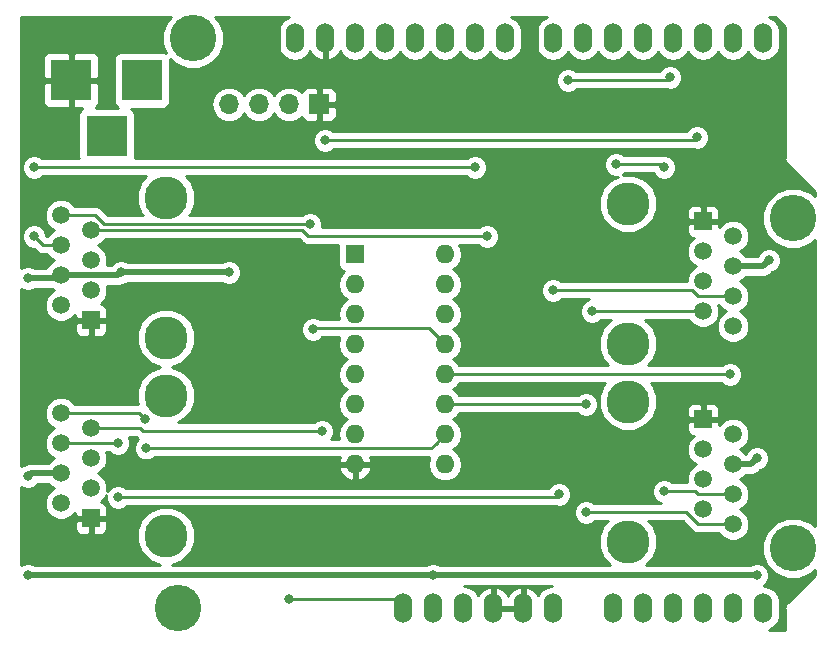
<source format=gbr>
G04 #@! TF.GenerationSoftware,KiCad,Pcbnew,5.0.1*
G04 #@! TF.CreationDate,2018-10-24T01:14:12+02:00*
G04 #@! TF.ProjectId,jeopardy-hw,6A656F70617264792D68772E6B696361,rev?*
G04 #@! TF.SameCoordinates,Original*
G04 #@! TF.FileFunction,Copper,L2,Bot,Signal*
G04 #@! TF.FilePolarity,Positive*
%FSLAX46Y46*%
G04 Gerber Fmt 4.6, Leading zero omitted, Abs format (unit mm)*
G04 Created by KiCad (PCBNEW 5.0.1) date Wed 24 Oct 2018 01:14:12 AM CEST*
%MOMM*%
%LPD*%
G01*
G04 APERTURE LIST*
G04 #@! TA.AperFunction,ComponentPad*
%ADD10C,1.500000*%
G04 #@! TD*
G04 #@! TA.AperFunction,ComponentPad*
%ADD11R,1.500000X1.500000*%
G04 #@! TD*
G04 #@! TA.AperFunction,WasherPad*
%ADD12C,3.650000*%
G04 #@! TD*
G04 #@! TA.AperFunction,ComponentPad*
%ADD13R,3.500000X3.500000*%
G04 #@! TD*
G04 #@! TA.AperFunction,ComponentPad*
%ADD14O,1.524000X2.540000*%
G04 #@! TD*
G04 #@! TA.AperFunction,ComponentPad*
%ADD15C,3.937000*%
G04 #@! TD*
G04 #@! TA.AperFunction,ComponentPad*
%ADD16O,1.600000X1.600000*%
G04 #@! TD*
G04 #@! TA.AperFunction,ComponentPad*
%ADD17R,1.600000X1.600000*%
G04 #@! TD*
G04 #@! TA.AperFunction,ComponentPad*
%ADD18O,1.700000X1.700000*%
G04 #@! TD*
G04 #@! TA.AperFunction,ComponentPad*
%ADD19R,1.700000X1.700000*%
G04 #@! TD*
G04 #@! TA.AperFunction,ViaPad*
%ADD20C,0.800000*%
G04 #@! TD*
G04 #@! TA.AperFunction,Conductor*
%ADD21C,0.500000*%
G04 #@! TD*
G04 #@! TA.AperFunction,Conductor*
%ADD22C,0.250000*%
G04 #@! TD*
G04 #@! TA.AperFunction,Conductor*
%ADD23C,0.254000*%
G04 #@! TD*
G04 APERTURE END LIST*
D10*
G04 #@! TO.P,PLAYER1,8*
G04 #@! TO.N,Net-(J_BRD_P1-Pad8)*
X169418000Y-140716000D03*
G04 #@! TO.P,PLAYER1,7*
G04 #@! TO.N,Net-(J_BRD_P1-Pad7)*
X171958000Y-141986000D03*
G04 #@! TO.P,PLAYER1,6*
G04 #@! TO.N,Net-(J_BRD_P1-Pad6)*
X169418000Y-143256000D03*
G04 #@! TO.P,PLAYER1,5*
G04 #@! TO.N,+12V*
X171958000Y-144526000D03*
G04 #@! TO.P,PLAYER1,4*
G04 #@! TO.N,+3V3*
X169418000Y-145796000D03*
G04 #@! TO.P,PLAYER1,3*
G04 #@! TO.N,N/C*
X171958000Y-147066000D03*
G04 #@! TO.P,PLAYER1,2*
X169418000Y-148336000D03*
D11*
G04 #@! TO.P,PLAYER1,1*
G04 #@! TO.N,GND*
X171958000Y-149606000D03*
D12*
G04 #@! TO.P,PLAYER1,Hole*
G04 #@! TO.N,*
X178308000Y-151096000D03*
X178308000Y-139226000D03*
G04 #@! TD*
G04 #@! TO.P,PLAYER2,Hole*
G04 #@! TO.N,*
X217424000Y-151604000D03*
X217424000Y-139734000D03*
D11*
G04 #@! TO.P,PLAYER2,1*
G04 #@! TO.N,GND*
X223774000Y-141224000D03*
D10*
G04 #@! TO.P,PLAYER2,2*
G04 #@! TO.N,N/C*
X226314000Y-142494000D03*
G04 #@! TO.P,PLAYER2,3*
X223774000Y-143764000D03*
G04 #@! TO.P,PLAYER2,4*
G04 #@! TO.N,+3V3*
X226314000Y-145034000D03*
G04 #@! TO.P,PLAYER2,5*
G04 #@! TO.N,+12V*
X223774000Y-146304000D03*
G04 #@! TO.P,PLAYER2,6*
G04 #@! TO.N,Net-(J_BRD_P2-Pad6)*
X226314000Y-147574000D03*
G04 #@! TO.P,PLAYER2,7*
G04 #@! TO.N,Net-(J_BRD_P2-Pad7)*
X223774000Y-148844000D03*
G04 #@! TO.P,PLAYER2,8*
G04 #@! TO.N,Net-(J_BRD_P2-Pad8)*
X226314000Y-150114000D03*
G04 #@! TD*
G04 #@! TO.P,PLAYER3,8*
G04 #@! TO.N,Net-(J_BRD_P3-Pad8)*
X226314000Y-133350000D03*
G04 #@! TO.P,PLAYER3,7*
G04 #@! TO.N,Net-(J_BRD_P3-Pad7)*
X223774000Y-132080000D03*
G04 #@! TO.P,PLAYER3,6*
G04 #@! TO.N,Net-(J_BRD_P3-Pad6)*
X226314000Y-130810000D03*
G04 #@! TO.P,PLAYER3,5*
G04 #@! TO.N,+12V*
X223774000Y-129540000D03*
G04 #@! TO.P,PLAYER3,4*
G04 #@! TO.N,+3V3*
X226314000Y-128270000D03*
G04 #@! TO.P,PLAYER3,3*
G04 #@! TO.N,N/C*
X223774000Y-127000000D03*
G04 #@! TO.P,PLAYER3,2*
X226314000Y-125730000D03*
D11*
G04 #@! TO.P,PLAYER3,1*
G04 #@! TO.N,GND*
X223774000Y-124460000D03*
D12*
G04 #@! TO.P,PLAYER3,Hole*
G04 #@! TO.N,*
X217424000Y-122970000D03*
X217424000Y-134840000D03*
G04 #@! TD*
G04 #@! TO.P,PLAYER4,Hole*
G04 #@! TO.N,*
X178308000Y-122462000D03*
X178308000Y-134332000D03*
D11*
G04 #@! TO.P,PLAYER4,1*
G04 #@! TO.N,GND*
X171958000Y-132842000D03*
D10*
G04 #@! TO.P,PLAYER4,2*
G04 #@! TO.N,N/C*
X169418000Y-131572000D03*
G04 #@! TO.P,PLAYER4,3*
X171958000Y-130302000D03*
G04 #@! TO.P,PLAYER4,4*
G04 #@! TO.N,+3V3*
X169418000Y-129032000D03*
G04 #@! TO.P,PLAYER4,5*
G04 #@! TO.N,+12V*
X171958000Y-127762000D03*
G04 #@! TO.P,PLAYER4,6*
G04 #@! TO.N,Net-(J_BRD_P4-Pad6)*
X169418000Y-126492000D03*
G04 #@! TO.P,PLAYER4,7*
G04 #@! TO.N,Net-(J_BRD_P4-Pad7)*
X171958000Y-125222000D03*
G04 #@! TO.P,PLAYER4,8*
G04 #@! TO.N,Net-(J_BRD_P4-Pad8)*
X169418000Y-123952000D03*
G04 #@! TD*
D13*
G04 #@! TO.P,12V,3*
G04 #@! TO.N,N/C*
X173276000Y-117222000D03*
G04 #@! TO.P,12V,2*
G04 #@! TO.N,GND*
X170276000Y-112522000D03*
G04 #@! TO.P,12V,1*
G04 #@! TO.N,+12V*
X176276000Y-112522000D03*
G04 #@! TD*
D14*
G04 #@! TO.P,SHIELD0,AD5*
G04 #@! TO.N,N/C*
X228854000Y-157226000D03*
G04 #@! TO.P,SHIELD0,AD4*
X226314000Y-157226000D03*
G04 #@! TO.P,SHIELD0,AD3*
X223774000Y-157226000D03*
G04 #@! TO.P,SHIELD0,AD0*
X216154000Y-157226000D03*
G04 #@! TO.P,SHIELD0,AD1*
X218694000Y-157226000D03*
G04 #@! TO.P,SHIELD0,AD2*
X221234000Y-157226000D03*
G04 #@! TO.P,SHIELD0,V_IN*
G04 #@! TO.N,+12V*
X211074000Y-157226000D03*
G04 #@! TO.P,SHIELD0,GND2*
G04 #@! TO.N,GND*
X208534000Y-157226000D03*
G04 #@! TO.P,SHIELD0,GND1*
X205994000Y-157226000D03*
G04 #@! TO.P,SHIELD0,3V3*
G04 #@! TO.N,+3V3*
X200914000Y-157226000D03*
G04 #@! TO.P,SHIELD0,RST*
G04 #@! TO.N,Net-(SHIELD0-PadRST)*
X198374000Y-157226000D03*
G04 #@! TO.P,SHIELD0,0*
G04 #@! TO.N,N/C*
X228854000Y-108966000D03*
G04 #@! TO.P,SHIELD0,1*
X226314000Y-108966000D03*
G04 #@! TO.P,SHIELD0,2*
G04 #@! TO.N,Net-(J_BRD_P1-Pad7)*
X223774000Y-108966000D03*
G04 #@! TO.P,SHIELD0,3*
G04 #@! TO.N,Net-(J_BRD_P1-Pad6)*
X221234000Y-108966000D03*
G04 #@! TO.P,SHIELD0,4*
G04 #@! TO.N,Net-(J_BRD_P2-Pad7)*
X218694000Y-108966000D03*
G04 #@! TO.P,SHIELD0,5*
G04 #@! TO.N,Net-(J_BRD_P2-Pad6)*
X216154000Y-108966000D03*
G04 #@! TO.P,SHIELD0,6*
G04 #@! TO.N,Net-(J_BRD_P3-Pad7)*
X213614000Y-108966000D03*
G04 #@! TO.P,SHIELD0,7*
G04 #@! TO.N,Net-(J_BRD_P3-Pad6)*
X211074000Y-108966000D03*
G04 #@! TO.P,SHIELD0,8*
G04 #@! TO.N,Net-(J_BRD_P4-Pad7)*
X207010000Y-108966000D03*
G04 #@! TO.P,SHIELD0,9*
G04 #@! TO.N,Net-(J_BRD_P4-Pad6)*
X204470000Y-108966000D03*
G04 #@! TO.P,SHIELD0,10*
G04 #@! TO.N,Net-(SHIELD0-Pad10)*
X201930000Y-108966000D03*
G04 #@! TO.P,SHIELD0,11*
G04 #@! TO.N,Net-(SHIELD0-Pad11)*
X199390000Y-108966000D03*
G04 #@! TO.P,SHIELD0,12*
G04 #@! TO.N,Net-(SHIELD0-Pad12)*
X196850000Y-108966000D03*
G04 #@! TO.P,SHIELD0,13*
G04 #@! TO.N,Net-(SHIELD0-Pad13)*
X194310000Y-108966000D03*
G04 #@! TO.P,SHIELD0,GND3*
G04 #@! TO.N,GND*
X191770000Y-108966000D03*
G04 #@! TO.P,SHIELD0,AREF*
G04 #@! TO.N,N/C*
X189230000Y-108966000D03*
G04 #@! TO.P,SHIELD0,5V*
X203454000Y-157226000D03*
D15*
G04 #@! TO.P,SHIELD0,*
G04 #@! TO.N,*
X231394000Y-152146000D03*
X231394000Y-124206000D03*
X180594000Y-108966000D03*
X179324000Y-157226000D03*
G04 #@! TD*
D16*
G04 #@! TO.P,ULQ2003A,16*
G04 #@! TO.N,N/C*
X201930000Y-127254000D03*
G04 #@! TO.P,ULQ2003A,8*
G04 #@! TO.N,GND*
X194310000Y-145034000D03*
G04 #@! TO.P,ULQ2003A,15*
G04 #@! TO.N,N/C*
X201930000Y-129794000D03*
G04 #@! TO.P,ULQ2003A,7*
G04 #@! TO.N,Net-(SHIELD0-Pad10)*
X194310000Y-142494000D03*
G04 #@! TO.P,ULQ2003A,14*
G04 #@! TO.N,N/C*
X201930000Y-132334000D03*
G04 #@! TO.P,ULQ2003A,6*
G04 #@! TO.N,Net-(SHIELD0-Pad11)*
X194310000Y-139954000D03*
G04 #@! TO.P,ULQ2003A,13*
G04 #@! TO.N,Net-(J_BRD_P4-Pad8)*
X201930000Y-134874000D03*
G04 #@! TO.P,ULQ2003A,5*
G04 #@! TO.N,Net-(SHIELD0-Pad12)*
X194310000Y-137414000D03*
G04 #@! TO.P,ULQ2003A,12*
G04 #@! TO.N,Net-(J_BRD_P3-Pad8)*
X201930000Y-137414000D03*
G04 #@! TO.P,ULQ2003A,4*
G04 #@! TO.N,Net-(SHIELD0-Pad13)*
X194310000Y-134874000D03*
G04 #@! TO.P,ULQ2003A,11*
G04 #@! TO.N,Net-(J_BRD_P2-Pad8)*
X201930000Y-139954000D03*
G04 #@! TO.P,ULQ2003A,3*
G04 #@! TO.N,N/C*
X194310000Y-132334000D03*
G04 #@! TO.P,ULQ2003A,10*
G04 #@! TO.N,Net-(J_BRD_P1-Pad8)*
X201930000Y-142494000D03*
G04 #@! TO.P,ULQ2003A,2*
G04 #@! TO.N,N/C*
X194310000Y-129794000D03*
G04 #@! TO.P,ULQ2003A,9*
G04 #@! TO.N,+12V*
X201930000Y-145034000D03*
D17*
G04 #@! TO.P,ULQ2003A,1*
G04 #@! TO.N,N/C*
X194310000Y-127254000D03*
G04 #@! TD*
D18*
G04 #@! TO.P,SW_RST_1,4*
G04 #@! TO.N,+3V3*
X183642000Y-114554000D03*
G04 #@! TO.P,SW_RST_1,3*
G04 #@! TO.N,Net-(R5-Pad2)*
X186182000Y-114554000D03*
G04 #@! TO.P,SW_RST_1,2*
G04 #@! TO.N,Net-(SHIELD0-PadRST)*
X188722000Y-114554000D03*
D19*
G04 #@! TO.P,SW_RST_1,1*
G04 #@! TO.N,GND*
X191262000Y-114554000D03*
G04 #@! TD*
D20*
G04 #@! TO.N,+3V3*
X229362000Y-127762000D03*
X228346000Y-154432000D03*
X166624000Y-154432000D03*
X166624000Y-129286000D03*
X166624000Y-146050000D03*
X228346000Y-144526000D03*
X200914000Y-154432000D03*
X183642000Y-128778000D03*
X174498000Y-128778000D03*
G04 #@! TO.N,Net-(J_BRD_P1-Pad8)*
X176624999Y-143669001D03*
X176530000Y-141224000D03*
G04 #@! TO.N,Net-(J_BRD_P2-Pad8)*
X213868000Y-139954000D03*
X213868000Y-149098000D03*
G04 #@! TO.N,Net-(J_BRD_P3-Pad8)*
X226060000Y-137414000D03*
G04 #@! TO.N,Net-(J_BRD_P4-Pad8)*
X190754000Y-133604000D03*
X190500000Y-124714000D03*
G04 #@! TO.N,Net-(J_BRD_P1-Pad7)*
X191516000Y-142240000D03*
X191770000Y-117602000D03*
X223266000Y-117348000D03*
G04 #@! TO.N,Net-(J_BRD_P1-Pad6)*
X174244000Y-143256000D03*
X174244000Y-147828000D03*
X211582000Y-147574000D03*
X212344000Y-112522000D03*
X220980000Y-112268000D03*
G04 #@! TO.N,Net-(J_BRD_P2-Pad6)*
X216408000Y-119634000D03*
X220472000Y-119888000D03*
X220472000Y-147320000D03*
G04 #@! TO.N,Net-(J_BRD_P3-Pad7)*
X214376000Y-132080000D03*
G04 #@! TO.N,Net-(J_BRD_P3-Pad6)*
X211074000Y-130302000D03*
G04 #@! TO.N,Net-(J_BRD_P4-Pad6)*
X167132000Y-125730000D03*
X167132000Y-119888000D03*
X167132000Y-119888000D03*
X204470000Y-119888000D03*
G04 #@! TO.N,Net-(J_BRD_P4-Pad7)*
X205486000Y-125730000D03*
G04 #@! TO.N,Net-(SHIELD0-PadRST)*
X188722000Y-156464000D03*
G04 #@! TD*
D21*
G04 #@! TO.N,+3V3*
X226314000Y-128270000D02*
X228854000Y-128270000D01*
X228854000Y-128270000D02*
X229362000Y-127762000D01*
X169164000Y-129286000D02*
X169418000Y-129032000D01*
X166624000Y-129286000D02*
X169164000Y-129286000D01*
X169418000Y-145796000D02*
X166878000Y-145796000D01*
X166878000Y-145796000D02*
X166624000Y-146050000D01*
X226314000Y-145034000D02*
X227838000Y-145034000D01*
X227838000Y-145034000D02*
X228346000Y-144526000D01*
X228346000Y-154432000D02*
X200914000Y-154432000D01*
X200914000Y-154432000D02*
X166624000Y-154432000D01*
X183642000Y-128778000D02*
X174498000Y-128778000D01*
X174244000Y-129032000D02*
X174498000Y-128778000D01*
X169418000Y-129032000D02*
X174244000Y-129032000D01*
D22*
G04 #@! TO.N,Net-(J_BRD_P1-Pad8)*
X201130001Y-143293999D02*
X201930000Y-142494000D01*
X200754999Y-143669001D02*
X201130001Y-143293999D01*
X176624999Y-143669001D02*
X200754999Y-143669001D01*
X176022000Y-140716000D02*
X169418000Y-140716000D01*
X176530000Y-141224000D02*
X176022000Y-140716000D01*
G04 #@! TO.N,Net-(J_BRD_P2-Pad8)*
X201930000Y-139954000D02*
X213614000Y-139954000D01*
X213614000Y-139954000D02*
X213868000Y-139954000D01*
X223378998Y-150114000D02*
X225253340Y-150114000D01*
X225253340Y-150114000D02*
X226314000Y-150114000D01*
X222362998Y-149098000D02*
X223378998Y-150114000D01*
X213868000Y-149098000D02*
X222362998Y-149098000D01*
G04 #@! TO.N,Net-(J_BRD_P3-Pad8)*
X201930000Y-137414000D02*
X226060000Y-137414000D01*
G04 #@! TO.N,Net-(J_BRD_P4-Pad8)*
X200565001Y-133509001D02*
X190848999Y-133509001D01*
X201930000Y-134874000D02*
X200565001Y-133509001D01*
X190848999Y-133509001D02*
X190754000Y-133604000D01*
X172321001Y-123952000D02*
X170478660Y-123952000D01*
X170478660Y-123952000D02*
X169418000Y-123952000D01*
X173083001Y-124714000D02*
X172321001Y-123952000D01*
X190500000Y-124714000D02*
X173083001Y-124714000D01*
G04 #@! TO.N,Net-(J_BRD_P1-Pad7)*
X176398998Y-142240000D02*
X191516000Y-142240000D01*
X171958000Y-141986000D02*
X176144998Y-141986000D01*
X176144998Y-141986000D02*
X176398998Y-142240000D01*
X191770000Y-117602000D02*
X223012000Y-117602000D01*
X223012000Y-117602000D02*
X223266000Y-117348000D01*
G04 #@! TO.N,Net-(J_BRD_P1-Pad6)*
X169418000Y-143256000D02*
X172353002Y-143256000D01*
X172353002Y-143256000D02*
X174244000Y-143256000D01*
X174244000Y-147828000D02*
X211328000Y-147828000D01*
X211328000Y-147828000D02*
X211582000Y-147574000D01*
X212344000Y-112522000D02*
X220726000Y-112522000D01*
X220726000Y-112522000D02*
X220980000Y-112268000D01*
G04 #@! TO.N,Net-(J_BRD_P2-Pad6)*
X216408000Y-119634000D02*
X220218000Y-119634000D01*
X220218000Y-119634000D02*
X220472000Y-119888000D01*
X223124998Y-147320000D02*
X223378998Y-147574000D01*
X225253340Y-147574000D02*
X226314000Y-147574000D01*
X223378998Y-147574000D02*
X225253340Y-147574000D01*
X220472000Y-147320000D02*
X223124998Y-147320000D01*
G04 #@! TO.N,Net-(J_BRD_P3-Pad7)*
X223774000Y-132080000D02*
X214376000Y-132080000D01*
G04 #@! TO.N,Net-(J_BRD_P3-Pad6)*
X225253340Y-130810000D02*
X226314000Y-130810000D01*
X223378998Y-130810000D02*
X225253340Y-130810000D01*
X222870998Y-130302000D02*
X223378998Y-130810000D01*
X211074000Y-130302000D02*
X222870998Y-130302000D01*
G04 #@! TO.N,Net-(J_BRD_P4-Pad6)*
X169418000Y-126492000D02*
X167894000Y-126492000D01*
X167894000Y-126492000D02*
X167132000Y-125730000D01*
X167132000Y-119888000D02*
X204470000Y-119888000D01*
G04 #@! TO.N,Net-(J_BRD_P4-Pad7)*
X190368998Y-125730000D02*
X205486000Y-125730000D01*
X171958000Y-125222000D02*
X189860998Y-125222000D01*
X189860998Y-125222000D02*
X190368998Y-125730000D01*
G04 #@! TO.N,Net-(SHIELD0-PadRST)*
X197612000Y-156464000D02*
X198374000Y-157226000D01*
X188722000Y-156464000D02*
X197612000Y-156464000D01*
G04 #@! TD*
D23*
G04 #@! TO.N,GND*
G36*
X188684918Y-107142056D02*
X188222820Y-107450821D01*
X187914056Y-107912919D01*
X187833000Y-108320413D01*
X187833000Y-109611588D01*
X187914056Y-110019082D01*
X188222821Y-110481180D01*
X188684919Y-110789944D01*
X189230000Y-110898368D01*
X189775082Y-110789944D01*
X190237180Y-110481180D01*
X190511580Y-110070511D01*
X190527941Y-110125941D01*
X190871974Y-110551630D01*
X191352723Y-110813260D01*
X191426930Y-110828220D01*
X191643000Y-110705720D01*
X191643000Y-109093000D01*
X191623000Y-109093000D01*
X191623000Y-108839000D01*
X191643000Y-108839000D01*
X191643000Y-108819000D01*
X191897000Y-108819000D01*
X191897000Y-108839000D01*
X191917000Y-108839000D01*
X191917000Y-109093000D01*
X191897000Y-109093000D01*
X191897000Y-110705720D01*
X192113070Y-110828220D01*
X192187277Y-110813260D01*
X192668026Y-110551630D01*
X193012059Y-110125941D01*
X193028420Y-110070511D01*
X193302821Y-110481180D01*
X193764919Y-110789944D01*
X194310000Y-110898368D01*
X194855082Y-110789944D01*
X195317180Y-110481180D01*
X195580000Y-110087842D01*
X195842821Y-110481180D01*
X196304919Y-110789944D01*
X196850000Y-110898368D01*
X197395082Y-110789944D01*
X197857180Y-110481180D01*
X198120000Y-110087842D01*
X198382821Y-110481180D01*
X198844919Y-110789944D01*
X199390000Y-110898368D01*
X199935082Y-110789944D01*
X200397180Y-110481180D01*
X200660000Y-110087842D01*
X200922821Y-110481180D01*
X201384919Y-110789944D01*
X201930000Y-110898368D01*
X202475082Y-110789944D01*
X202937180Y-110481180D01*
X203200000Y-110087842D01*
X203462821Y-110481180D01*
X203924919Y-110789944D01*
X204470000Y-110898368D01*
X205015082Y-110789944D01*
X205477180Y-110481180D01*
X205740000Y-110087842D01*
X206002821Y-110481180D01*
X206464919Y-110789944D01*
X207010000Y-110898368D01*
X207555082Y-110789944D01*
X208017180Y-110481180D01*
X208325944Y-110019082D01*
X208407000Y-109611588D01*
X208407000Y-108320412D01*
X208325944Y-107912918D01*
X208017179Y-107450820D01*
X207555081Y-107142056D01*
X207524636Y-107136000D01*
X210559363Y-107136000D01*
X210528918Y-107142056D01*
X210066820Y-107450821D01*
X209758056Y-107912919D01*
X209677000Y-108320413D01*
X209677000Y-109611588D01*
X209758056Y-110019082D01*
X210066821Y-110481180D01*
X210528919Y-110789944D01*
X211074000Y-110898368D01*
X211619082Y-110789944D01*
X212081180Y-110481180D01*
X212344000Y-110087842D01*
X212606821Y-110481180D01*
X213068919Y-110789944D01*
X213614000Y-110898368D01*
X214159082Y-110789944D01*
X214621180Y-110481180D01*
X214884000Y-110087842D01*
X215146821Y-110481180D01*
X215608919Y-110789944D01*
X216154000Y-110898368D01*
X216699082Y-110789944D01*
X217161180Y-110481180D01*
X217424000Y-110087842D01*
X217686821Y-110481180D01*
X218148919Y-110789944D01*
X218694000Y-110898368D01*
X219239082Y-110789944D01*
X219701180Y-110481180D01*
X219964000Y-110087842D01*
X220226821Y-110481180D01*
X220688919Y-110789944D01*
X221234000Y-110898368D01*
X221779082Y-110789944D01*
X222241180Y-110481180D01*
X222504000Y-110087842D01*
X222766821Y-110481180D01*
X223228919Y-110789944D01*
X223774000Y-110898368D01*
X224319082Y-110789944D01*
X224781180Y-110481180D01*
X225044000Y-110087842D01*
X225306821Y-110481180D01*
X225768919Y-110789944D01*
X226314000Y-110898368D01*
X226859082Y-110789944D01*
X227321180Y-110481180D01*
X227584000Y-110087842D01*
X227846821Y-110481180D01*
X228308919Y-110789944D01*
X228854000Y-110898368D01*
X229399082Y-110789944D01*
X229861180Y-110481180D01*
X230169944Y-110019082D01*
X230251000Y-109611588D01*
X230251000Y-108320412D01*
X230169944Y-107912918D01*
X229861179Y-107450820D01*
X229399081Y-107142056D01*
X229368636Y-107136000D01*
X229829910Y-107136000D01*
X230684000Y-107990091D01*
X230684001Y-119056071D01*
X230670091Y-119126000D01*
X230712154Y-119337463D01*
X230725196Y-119403028D01*
X230882120Y-119637881D01*
X230941402Y-119677492D01*
X233224000Y-121960091D01*
X233224000Y-122354094D01*
X232868765Y-121998859D01*
X231911868Y-121602500D01*
X230876132Y-121602500D01*
X229919235Y-121998859D01*
X229186859Y-122731235D01*
X228790500Y-123688132D01*
X228790500Y-124723868D01*
X229186859Y-125680765D01*
X229919235Y-126413141D01*
X230876132Y-126809500D01*
X231911868Y-126809500D01*
X232868765Y-126413141D01*
X233224000Y-126057906D01*
X233224001Y-150294095D01*
X232868765Y-149938859D01*
X231911868Y-149542500D01*
X230876132Y-149542500D01*
X229919235Y-149938859D01*
X229186859Y-150671235D01*
X228790500Y-151628132D01*
X228790500Y-152663868D01*
X229186859Y-153620765D01*
X229919235Y-154353141D01*
X230876132Y-154749500D01*
X231911868Y-154749500D01*
X232868765Y-154353141D01*
X233224001Y-153997905D01*
X233224001Y-154391908D01*
X230941402Y-156674508D01*
X230882119Y-156714120D01*
X230725195Y-156948973D01*
X230705044Y-157050280D01*
X230670091Y-157226000D01*
X230684000Y-157295925D01*
X230684001Y-159056000D01*
X229368637Y-159056000D01*
X229399082Y-159049944D01*
X229861180Y-158741180D01*
X230169944Y-158279082D01*
X230251000Y-157871588D01*
X230251000Y-156580412D01*
X230169944Y-156172918D01*
X229861179Y-155710820D01*
X229399081Y-155402056D01*
X228932470Y-155309241D01*
X229223431Y-155018280D01*
X229381000Y-154637874D01*
X229381000Y-154226126D01*
X229223431Y-153845720D01*
X228932280Y-153554569D01*
X228551874Y-153397000D01*
X228140126Y-153397000D01*
X227777993Y-153547000D01*
X218959965Y-153547000D01*
X219509487Y-152997478D01*
X219884000Y-152093324D01*
X219884000Y-151114676D01*
X219509487Y-150210522D01*
X219156965Y-149858000D01*
X222048197Y-149858000D01*
X222788669Y-150598473D01*
X222831069Y-150661929D01*
X223082461Y-150829904D01*
X223304146Y-150874000D01*
X223304151Y-150874000D01*
X223378998Y-150888888D01*
X223453845Y-150874000D01*
X225129688Y-150874000D01*
X225139853Y-150898540D01*
X225529460Y-151288147D01*
X226038506Y-151499000D01*
X226589494Y-151499000D01*
X227098540Y-151288147D01*
X227488147Y-150898540D01*
X227699000Y-150389494D01*
X227699000Y-149838506D01*
X227488147Y-149329460D01*
X227098540Y-148939853D01*
X226867130Y-148844000D01*
X227098540Y-148748147D01*
X227488147Y-148358540D01*
X227699000Y-147849494D01*
X227699000Y-147298506D01*
X227488147Y-146789460D01*
X227098540Y-146399853D01*
X226867130Y-146304000D01*
X227098540Y-146208147D01*
X227387687Y-145919000D01*
X227750839Y-145919000D01*
X227838000Y-145936337D01*
X227925161Y-145919000D01*
X227925165Y-145919000D01*
X228183310Y-145867652D01*
X228476049Y-145672049D01*
X228525425Y-145598153D01*
X228570147Y-145553431D01*
X228932280Y-145403431D01*
X229223431Y-145112280D01*
X229381000Y-144731874D01*
X229381000Y-144320126D01*
X229223431Y-143939720D01*
X228932280Y-143648569D01*
X228551874Y-143491000D01*
X228140126Y-143491000D01*
X227759720Y-143648569D01*
X227468569Y-143939720D01*
X227383583Y-144144896D01*
X227098540Y-143859853D01*
X226867130Y-143764000D01*
X227098540Y-143668147D01*
X227488147Y-143278540D01*
X227699000Y-142769494D01*
X227699000Y-142218506D01*
X227488147Y-141709460D01*
X227098540Y-141319853D01*
X226589494Y-141109000D01*
X226038506Y-141109000D01*
X225529460Y-141319853D01*
X225159000Y-141690313D01*
X225159000Y-141509750D01*
X225000250Y-141351000D01*
X223901000Y-141351000D01*
X223901000Y-141371000D01*
X223647000Y-141371000D01*
X223647000Y-141351000D01*
X222547750Y-141351000D01*
X222389000Y-141509750D01*
X222389000Y-142100309D01*
X222485673Y-142333698D01*
X222664301Y-142512327D01*
X222897690Y-142609000D01*
X222970313Y-142609000D01*
X222599853Y-142979460D01*
X222389000Y-143488506D01*
X222389000Y-144039494D01*
X222599853Y-144548540D01*
X222989460Y-144938147D01*
X223220870Y-145034000D01*
X222989460Y-145129853D01*
X222599853Y-145519460D01*
X222389000Y-146028506D01*
X222389000Y-146560000D01*
X221175711Y-146560000D01*
X221058280Y-146442569D01*
X220677874Y-146285000D01*
X220266126Y-146285000D01*
X219885720Y-146442569D01*
X219594569Y-146733720D01*
X219437000Y-147114126D01*
X219437000Y-147525874D01*
X219594569Y-147906280D01*
X219885720Y-148197431D01*
X220225084Y-148338000D01*
X214571711Y-148338000D01*
X214454280Y-148220569D01*
X214073874Y-148063000D01*
X213662126Y-148063000D01*
X213281720Y-148220569D01*
X212990569Y-148511720D01*
X212833000Y-148892126D01*
X212833000Y-149303874D01*
X212990569Y-149684280D01*
X213281720Y-149975431D01*
X213662126Y-150133000D01*
X214073874Y-150133000D01*
X214454280Y-149975431D01*
X214571711Y-149858000D01*
X215691035Y-149858000D01*
X215338513Y-150210522D01*
X214964000Y-151114676D01*
X214964000Y-152093324D01*
X215338513Y-152997478D01*
X215888035Y-153547000D01*
X201482007Y-153547000D01*
X201119874Y-153397000D01*
X200708126Y-153397000D01*
X200345993Y-153547000D01*
X178819052Y-153547000D01*
X179701478Y-153181487D01*
X180393487Y-152489478D01*
X180768000Y-151585324D01*
X180768000Y-150606676D01*
X180393487Y-149702522D01*
X179701478Y-149010513D01*
X178797324Y-148636000D01*
X177818676Y-148636000D01*
X176914522Y-149010513D01*
X176222513Y-149702522D01*
X175848000Y-150606676D01*
X175848000Y-151585324D01*
X176222513Y-152489478D01*
X176914522Y-153181487D01*
X177796948Y-153547000D01*
X167192007Y-153547000D01*
X166829874Y-153397000D01*
X166418126Y-153397000D01*
X166064000Y-153543683D01*
X166064000Y-149891750D01*
X170573000Y-149891750D01*
X170573000Y-150482309D01*
X170669673Y-150715698D01*
X170848301Y-150894327D01*
X171081690Y-150991000D01*
X171672250Y-150991000D01*
X171831000Y-150832250D01*
X171831000Y-149733000D01*
X172085000Y-149733000D01*
X172085000Y-150832250D01*
X172243750Y-150991000D01*
X172834310Y-150991000D01*
X173067699Y-150894327D01*
X173246327Y-150715698D01*
X173343000Y-150482309D01*
X173343000Y-149891750D01*
X173184250Y-149733000D01*
X172085000Y-149733000D01*
X171831000Y-149733000D01*
X170731750Y-149733000D01*
X170573000Y-149891750D01*
X166064000Y-149891750D01*
X166064000Y-146938317D01*
X166418126Y-147085000D01*
X166829874Y-147085000D01*
X167210280Y-146927431D01*
X167456711Y-146681000D01*
X168344313Y-146681000D01*
X168633460Y-146970147D01*
X168864870Y-147066000D01*
X168633460Y-147161853D01*
X168243853Y-147551460D01*
X168033000Y-148060506D01*
X168033000Y-148611494D01*
X168243853Y-149120540D01*
X168633460Y-149510147D01*
X169142506Y-149721000D01*
X169693494Y-149721000D01*
X170202540Y-149510147D01*
X170573000Y-149139687D01*
X170573000Y-149320250D01*
X170731750Y-149479000D01*
X171831000Y-149479000D01*
X171831000Y-149459000D01*
X172085000Y-149459000D01*
X172085000Y-149479000D01*
X173184250Y-149479000D01*
X173343000Y-149320250D01*
X173343000Y-148729691D01*
X173246327Y-148496302D01*
X173067699Y-148317673D01*
X172834310Y-148221000D01*
X172761687Y-148221000D01*
X173132147Y-147850540D01*
X173209000Y-147665000D01*
X173209000Y-148033874D01*
X173366569Y-148414280D01*
X173657720Y-148705431D01*
X174038126Y-148863000D01*
X174449874Y-148863000D01*
X174830280Y-148705431D01*
X174947711Y-148588000D01*
X211253153Y-148588000D01*
X211328000Y-148602888D01*
X211350544Y-148598404D01*
X211376126Y-148609000D01*
X211787874Y-148609000D01*
X212168280Y-148451431D01*
X212459431Y-148160280D01*
X212617000Y-147779874D01*
X212617000Y-147368126D01*
X212459431Y-146987720D01*
X212168280Y-146696569D01*
X211787874Y-146539000D01*
X211376126Y-146539000D01*
X210995720Y-146696569D01*
X210704569Y-146987720D01*
X210671316Y-147068000D01*
X174947711Y-147068000D01*
X174830280Y-146950569D01*
X174449874Y-146793000D01*
X174038126Y-146793000D01*
X173657720Y-146950569D01*
X173366569Y-147241720D01*
X173343000Y-147298621D01*
X173343000Y-146790506D01*
X173132147Y-146281460D01*
X172742540Y-145891853D01*
X172511130Y-145796000D01*
X172742540Y-145700147D01*
X173059648Y-145383039D01*
X192918096Y-145383039D01*
X193078959Y-145771423D01*
X193454866Y-146186389D01*
X193960959Y-146425914D01*
X194183000Y-146304629D01*
X194183000Y-145161000D01*
X194437000Y-145161000D01*
X194437000Y-146304629D01*
X194659041Y-146425914D01*
X195165134Y-146186389D01*
X195541041Y-145771423D01*
X195701904Y-145383039D01*
X195579915Y-145161000D01*
X194437000Y-145161000D01*
X194183000Y-145161000D01*
X193040085Y-145161000D01*
X192918096Y-145383039D01*
X173059648Y-145383039D01*
X173132147Y-145310540D01*
X173343000Y-144801494D01*
X173343000Y-144250506D01*
X173245865Y-144016000D01*
X173540289Y-144016000D01*
X173657720Y-144133431D01*
X174038126Y-144291000D01*
X174449874Y-144291000D01*
X174830280Y-144133431D01*
X175121431Y-143842280D01*
X175279000Y-143461874D01*
X175279000Y-143050126D01*
X175153027Y-142746000D01*
X175823053Y-142746000D01*
X175851069Y-142787929D01*
X175965740Y-142864549D01*
X175747568Y-143082721D01*
X175589999Y-143463127D01*
X175589999Y-143874875D01*
X175747568Y-144255281D01*
X176038719Y-144546432D01*
X176419125Y-144704001D01*
X176830873Y-144704001D01*
X177211279Y-144546432D01*
X177328710Y-144429001D01*
X193024111Y-144429001D01*
X192918096Y-144684961D01*
X193040085Y-144907000D01*
X194183000Y-144907000D01*
X194183000Y-144887000D01*
X194437000Y-144887000D01*
X194437000Y-144907000D01*
X195579915Y-144907000D01*
X195701904Y-144684961D01*
X195595889Y-144429001D01*
X200608388Y-144429001D01*
X200578260Y-144474091D01*
X200466887Y-145034000D01*
X200578260Y-145593909D01*
X200895423Y-146068577D01*
X201370091Y-146385740D01*
X201788667Y-146469000D01*
X202071333Y-146469000D01*
X202489909Y-146385740D01*
X202964577Y-146068577D01*
X203281740Y-145593909D01*
X203393113Y-145034000D01*
X203281740Y-144474091D01*
X202964577Y-143999423D01*
X202612242Y-143764000D01*
X202964577Y-143528577D01*
X203281740Y-143053909D01*
X203393113Y-142494000D01*
X203281740Y-141934091D01*
X202964577Y-141459423D01*
X202612242Y-141224000D01*
X202964577Y-140988577D01*
X203148043Y-140714000D01*
X213164289Y-140714000D01*
X213281720Y-140831431D01*
X213662126Y-140989000D01*
X214073874Y-140989000D01*
X214454280Y-140831431D01*
X214745431Y-140540280D01*
X214903000Y-140159874D01*
X214903000Y-139748126D01*
X214745431Y-139367720D01*
X214454280Y-139076569D01*
X214073874Y-138919000D01*
X213662126Y-138919000D01*
X213281720Y-139076569D01*
X213164289Y-139194000D01*
X203148043Y-139194000D01*
X202964577Y-138919423D01*
X202612242Y-138684000D01*
X202964577Y-138448577D01*
X203148043Y-138174000D01*
X215505035Y-138174000D01*
X215338513Y-138340522D01*
X214964000Y-139244676D01*
X214964000Y-140223324D01*
X215338513Y-141127478D01*
X216030522Y-141819487D01*
X216934676Y-142194000D01*
X217913324Y-142194000D01*
X218817478Y-141819487D01*
X219509487Y-141127478D01*
X219832485Y-140347691D01*
X222389000Y-140347691D01*
X222389000Y-140938250D01*
X222547750Y-141097000D01*
X223647000Y-141097000D01*
X223647000Y-139997750D01*
X223901000Y-139997750D01*
X223901000Y-141097000D01*
X225000250Y-141097000D01*
X225159000Y-140938250D01*
X225159000Y-140347691D01*
X225062327Y-140114302D01*
X224883699Y-139935673D01*
X224650310Y-139839000D01*
X224059750Y-139839000D01*
X223901000Y-139997750D01*
X223647000Y-139997750D01*
X223488250Y-139839000D01*
X222897690Y-139839000D01*
X222664301Y-139935673D01*
X222485673Y-140114302D01*
X222389000Y-140347691D01*
X219832485Y-140347691D01*
X219884000Y-140223324D01*
X219884000Y-139244676D01*
X219509487Y-138340522D01*
X219342965Y-138174000D01*
X225356289Y-138174000D01*
X225473720Y-138291431D01*
X225854126Y-138449000D01*
X226265874Y-138449000D01*
X226646280Y-138291431D01*
X226937431Y-138000280D01*
X227095000Y-137619874D01*
X227095000Y-137208126D01*
X226937431Y-136827720D01*
X226646280Y-136536569D01*
X226265874Y-136379000D01*
X225854126Y-136379000D01*
X225473720Y-136536569D01*
X225356289Y-136654000D01*
X219088965Y-136654000D01*
X219509487Y-136233478D01*
X219884000Y-135329324D01*
X219884000Y-134350676D01*
X219509487Y-133446522D01*
X218902965Y-132840000D01*
X222589688Y-132840000D01*
X222599853Y-132864540D01*
X222989460Y-133254147D01*
X223498506Y-133465000D01*
X224049494Y-133465000D01*
X224558540Y-133254147D01*
X224948147Y-132864540D01*
X225159000Y-132355494D01*
X225159000Y-131804506D01*
X225061865Y-131570000D01*
X225129688Y-131570000D01*
X225139853Y-131594540D01*
X225529460Y-131984147D01*
X225760870Y-132080000D01*
X225529460Y-132175853D01*
X225139853Y-132565460D01*
X224929000Y-133074506D01*
X224929000Y-133625494D01*
X225139853Y-134134540D01*
X225529460Y-134524147D01*
X226038506Y-134735000D01*
X226589494Y-134735000D01*
X227098540Y-134524147D01*
X227488147Y-134134540D01*
X227699000Y-133625494D01*
X227699000Y-133074506D01*
X227488147Y-132565460D01*
X227098540Y-132175853D01*
X226867130Y-132080000D01*
X227098540Y-131984147D01*
X227488147Y-131594540D01*
X227699000Y-131085494D01*
X227699000Y-130534506D01*
X227488147Y-130025460D01*
X227098540Y-129635853D01*
X226867130Y-129540000D01*
X227098540Y-129444147D01*
X227387687Y-129155000D01*
X228766839Y-129155000D01*
X228854000Y-129172337D01*
X228941161Y-129155000D01*
X228941165Y-129155000D01*
X229199310Y-129103652D01*
X229492049Y-128908049D01*
X229541425Y-128834153D01*
X229586147Y-128789431D01*
X229948280Y-128639431D01*
X230239431Y-128348280D01*
X230397000Y-127967874D01*
X230397000Y-127556126D01*
X230239431Y-127175720D01*
X229948280Y-126884569D01*
X229567874Y-126727000D01*
X229156126Y-126727000D01*
X228775720Y-126884569D01*
X228484569Y-127175720D01*
X228397883Y-127385000D01*
X227387687Y-127385000D01*
X227098540Y-127095853D01*
X226867130Y-127000000D01*
X227098540Y-126904147D01*
X227488147Y-126514540D01*
X227699000Y-126005494D01*
X227699000Y-125454506D01*
X227488147Y-124945460D01*
X227098540Y-124555853D01*
X226589494Y-124345000D01*
X226038506Y-124345000D01*
X225529460Y-124555853D01*
X225159000Y-124926313D01*
X225159000Y-124745750D01*
X225000250Y-124587000D01*
X223901000Y-124587000D01*
X223901000Y-124607000D01*
X223647000Y-124607000D01*
X223647000Y-124587000D01*
X222547750Y-124587000D01*
X222389000Y-124745750D01*
X222389000Y-125336309D01*
X222485673Y-125569698D01*
X222664301Y-125748327D01*
X222897690Y-125845000D01*
X222970313Y-125845000D01*
X222599853Y-126215460D01*
X222389000Y-126724506D01*
X222389000Y-127275494D01*
X222599853Y-127784540D01*
X222989460Y-128174147D01*
X223220870Y-128270000D01*
X222989460Y-128365853D01*
X222599853Y-128755460D01*
X222389000Y-129264506D01*
X222389000Y-129542000D01*
X211777711Y-129542000D01*
X211660280Y-129424569D01*
X211279874Y-129267000D01*
X210868126Y-129267000D01*
X210487720Y-129424569D01*
X210196569Y-129715720D01*
X210039000Y-130096126D01*
X210039000Y-130507874D01*
X210196569Y-130888280D01*
X210487720Y-131179431D01*
X210868126Y-131337000D01*
X211279874Y-131337000D01*
X211660280Y-131179431D01*
X211777711Y-131062000D01*
X214129084Y-131062000D01*
X213789720Y-131202569D01*
X213498569Y-131493720D01*
X213341000Y-131874126D01*
X213341000Y-132285874D01*
X213498569Y-132666280D01*
X213789720Y-132957431D01*
X214170126Y-133115000D01*
X214581874Y-133115000D01*
X214962280Y-132957431D01*
X215079711Y-132840000D01*
X215945035Y-132840000D01*
X215338513Y-133446522D01*
X214964000Y-134350676D01*
X214964000Y-135329324D01*
X215338513Y-136233478D01*
X215759035Y-136654000D01*
X203148043Y-136654000D01*
X202964577Y-136379423D01*
X202612242Y-136144000D01*
X202964577Y-135908577D01*
X203281740Y-135433909D01*
X203393113Y-134874000D01*
X203281740Y-134314091D01*
X202964577Y-133839423D01*
X202612242Y-133604000D01*
X202964577Y-133368577D01*
X203281740Y-132893909D01*
X203393113Y-132334000D01*
X203281740Y-131774091D01*
X202964577Y-131299423D01*
X202612242Y-131064000D01*
X202964577Y-130828577D01*
X203281740Y-130353909D01*
X203393113Y-129794000D01*
X203281740Y-129234091D01*
X202964577Y-128759423D01*
X202612242Y-128524000D01*
X202964577Y-128288577D01*
X203281740Y-127813909D01*
X203393113Y-127254000D01*
X203281740Y-126694091D01*
X203145371Y-126490000D01*
X204782289Y-126490000D01*
X204899720Y-126607431D01*
X205280126Y-126765000D01*
X205691874Y-126765000D01*
X206072280Y-126607431D01*
X206363431Y-126316280D01*
X206521000Y-125935874D01*
X206521000Y-125524126D01*
X206363431Y-125143720D01*
X206072280Y-124852569D01*
X205691874Y-124695000D01*
X205280126Y-124695000D01*
X204899720Y-124852569D01*
X204782289Y-124970000D01*
X191514237Y-124970000D01*
X191535000Y-124919874D01*
X191535000Y-124508126D01*
X191377431Y-124127720D01*
X191086280Y-123836569D01*
X190705874Y-123679000D01*
X190294126Y-123679000D01*
X189913720Y-123836569D01*
X189796289Y-123954000D01*
X180294965Y-123954000D01*
X180393487Y-123855478D01*
X180768000Y-122951324D01*
X180768000Y-122480676D01*
X214964000Y-122480676D01*
X214964000Y-123459324D01*
X215338513Y-124363478D01*
X216030522Y-125055487D01*
X216934676Y-125430000D01*
X217913324Y-125430000D01*
X218817478Y-125055487D01*
X219509487Y-124363478D01*
X219832485Y-123583691D01*
X222389000Y-123583691D01*
X222389000Y-124174250D01*
X222547750Y-124333000D01*
X223647000Y-124333000D01*
X223647000Y-123233750D01*
X223901000Y-123233750D01*
X223901000Y-124333000D01*
X225000250Y-124333000D01*
X225159000Y-124174250D01*
X225159000Y-123583691D01*
X225062327Y-123350302D01*
X224883699Y-123171673D01*
X224650310Y-123075000D01*
X224059750Y-123075000D01*
X223901000Y-123233750D01*
X223647000Y-123233750D01*
X223488250Y-123075000D01*
X222897690Y-123075000D01*
X222664301Y-123171673D01*
X222485673Y-123350302D01*
X222389000Y-123583691D01*
X219832485Y-123583691D01*
X219884000Y-123459324D01*
X219884000Y-122480676D01*
X219509487Y-121576522D01*
X218817478Y-120884513D01*
X217913324Y-120510000D01*
X216995711Y-120510000D01*
X217111711Y-120394000D01*
X219561316Y-120394000D01*
X219594569Y-120474280D01*
X219885720Y-120765431D01*
X220266126Y-120923000D01*
X220677874Y-120923000D01*
X221058280Y-120765431D01*
X221349431Y-120474280D01*
X221507000Y-120093874D01*
X221507000Y-119682126D01*
X221349431Y-119301720D01*
X221058280Y-119010569D01*
X220677874Y-118853000D01*
X220266126Y-118853000D01*
X220240544Y-118863596D01*
X220218000Y-118859112D01*
X220143153Y-118874000D01*
X217111711Y-118874000D01*
X216994280Y-118756569D01*
X216613874Y-118599000D01*
X216202126Y-118599000D01*
X215821720Y-118756569D01*
X215530569Y-119047720D01*
X215373000Y-119428126D01*
X215373000Y-119839874D01*
X215530569Y-120220280D01*
X215821720Y-120511431D01*
X216202126Y-120669000D01*
X216550816Y-120669000D01*
X216030522Y-120884513D01*
X215338513Y-121576522D01*
X214964000Y-122480676D01*
X180768000Y-122480676D01*
X180768000Y-121972676D01*
X180393487Y-121068522D01*
X179972965Y-120648000D01*
X203766289Y-120648000D01*
X203883720Y-120765431D01*
X204264126Y-120923000D01*
X204675874Y-120923000D01*
X205056280Y-120765431D01*
X205347431Y-120474280D01*
X205505000Y-120093874D01*
X205505000Y-119682126D01*
X205347431Y-119301720D01*
X205056280Y-119010569D01*
X204675874Y-118853000D01*
X204264126Y-118853000D01*
X203883720Y-119010569D01*
X203766289Y-119128000D01*
X175642410Y-119128000D01*
X175673440Y-118972000D01*
X175673440Y-117396126D01*
X190735000Y-117396126D01*
X190735000Y-117807874D01*
X190892569Y-118188280D01*
X191183720Y-118479431D01*
X191564126Y-118637000D01*
X191975874Y-118637000D01*
X192356280Y-118479431D01*
X192473711Y-118362000D01*
X222937153Y-118362000D01*
X223012000Y-118376888D01*
X223034544Y-118372404D01*
X223060126Y-118383000D01*
X223471874Y-118383000D01*
X223852280Y-118225431D01*
X224143431Y-117934280D01*
X224301000Y-117553874D01*
X224301000Y-117142126D01*
X224143431Y-116761720D01*
X223852280Y-116470569D01*
X223471874Y-116313000D01*
X223060126Y-116313000D01*
X222679720Y-116470569D01*
X222388569Y-116761720D01*
X222355316Y-116842000D01*
X192473711Y-116842000D01*
X192356280Y-116724569D01*
X191975874Y-116567000D01*
X191564126Y-116567000D01*
X191183720Y-116724569D01*
X190892569Y-117015720D01*
X190735000Y-117396126D01*
X175673440Y-117396126D01*
X175673440Y-115472000D01*
X175624157Y-115224235D01*
X175483809Y-115014191D01*
X175342005Y-114919440D01*
X178026000Y-114919440D01*
X178273765Y-114870157D01*
X178483809Y-114729809D01*
X178601281Y-114554000D01*
X182127908Y-114554000D01*
X182243161Y-115133418D01*
X182571375Y-115624625D01*
X183062582Y-115952839D01*
X183495744Y-116039000D01*
X183788256Y-116039000D01*
X184221418Y-115952839D01*
X184712625Y-115624625D01*
X184912000Y-115326239D01*
X185111375Y-115624625D01*
X185602582Y-115952839D01*
X186035744Y-116039000D01*
X186328256Y-116039000D01*
X186761418Y-115952839D01*
X187252625Y-115624625D01*
X187452000Y-115326239D01*
X187651375Y-115624625D01*
X188142582Y-115952839D01*
X188575744Y-116039000D01*
X188868256Y-116039000D01*
X189301418Y-115952839D01*
X189792625Y-115624625D01*
X189807096Y-115602967D01*
X189873673Y-115763698D01*
X190052301Y-115942327D01*
X190285690Y-116039000D01*
X190976250Y-116039000D01*
X191135000Y-115880250D01*
X191135000Y-114681000D01*
X191389000Y-114681000D01*
X191389000Y-115880250D01*
X191547750Y-116039000D01*
X192238310Y-116039000D01*
X192471699Y-115942327D01*
X192650327Y-115763698D01*
X192747000Y-115530309D01*
X192747000Y-114839750D01*
X192588250Y-114681000D01*
X191389000Y-114681000D01*
X191135000Y-114681000D01*
X191115000Y-114681000D01*
X191115000Y-114427000D01*
X191135000Y-114427000D01*
X191135000Y-113227750D01*
X191389000Y-113227750D01*
X191389000Y-114427000D01*
X192588250Y-114427000D01*
X192747000Y-114268250D01*
X192747000Y-113577691D01*
X192650327Y-113344302D01*
X192471699Y-113165673D01*
X192238310Y-113069000D01*
X191547750Y-113069000D01*
X191389000Y-113227750D01*
X191135000Y-113227750D01*
X190976250Y-113069000D01*
X190285690Y-113069000D01*
X190052301Y-113165673D01*
X189873673Y-113344302D01*
X189807096Y-113505033D01*
X189792625Y-113483375D01*
X189301418Y-113155161D01*
X188868256Y-113069000D01*
X188575744Y-113069000D01*
X188142582Y-113155161D01*
X187651375Y-113483375D01*
X187452000Y-113781761D01*
X187252625Y-113483375D01*
X186761418Y-113155161D01*
X186328256Y-113069000D01*
X186035744Y-113069000D01*
X185602582Y-113155161D01*
X185111375Y-113483375D01*
X184912000Y-113781761D01*
X184712625Y-113483375D01*
X184221418Y-113155161D01*
X183788256Y-113069000D01*
X183495744Y-113069000D01*
X183062582Y-113155161D01*
X182571375Y-113483375D01*
X182243161Y-113974582D01*
X182127908Y-114554000D01*
X178601281Y-114554000D01*
X178624157Y-114519765D01*
X178673440Y-114272000D01*
X178673440Y-112316126D01*
X211309000Y-112316126D01*
X211309000Y-112727874D01*
X211466569Y-113108280D01*
X211757720Y-113399431D01*
X212138126Y-113557000D01*
X212549874Y-113557000D01*
X212930280Y-113399431D01*
X213047711Y-113282000D01*
X220651153Y-113282000D01*
X220726000Y-113296888D01*
X220748544Y-113292404D01*
X220774126Y-113303000D01*
X221185874Y-113303000D01*
X221566280Y-113145431D01*
X221857431Y-112854280D01*
X222015000Y-112473874D01*
X222015000Y-112062126D01*
X221857431Y-111681720D01*
X221566280Y-111390569D01*
X221185874Y-111233000D01*
X220774126Y-111233000D01*
X220393720Y-111390569D01*
X220102569Y-111681720D01*
X220069316Y-111762000D01*
X213047711Y-111762000D01*
X212930280Y-111644569D01*
X212549874Y-111487000D01*
X212138126Y-111487000D01*
X211757720Y-111644569D01*
X211466569Y-111935720D01*
X211309000Y-112316126D01*
X178673440Y-112316126D01*
X178673440Y-110772000D01*
X178662352Y-110716258D01*
X179119235Y-111173141D01*
X180076132Y-111569500D01*
X181111868Y-111569500D01*
X182068765Y-111173141D01*
X182801141Y-110440765D01*
X183197500Y-109483868D01*
X183197500Y-108448132D01*
X182801141Y-107491235D01*
X182445906Y-107136000D01*
X188715363Y-107136000D01*
X188684918Y-107142056D01*
X188684918Y-107142056D01*
G37*
X188684918Y-107142056D02*
X188222820Y-107450821D01*
X187914056Y-107912919D01*
X187833000Y-108320413D01*
X187833000Y-109611588D01*
X187914056Y-110019082D01*
X188222821Y-110481180D01*
X188684919Y-110789944D01*
X189230000Y-110898368D01*
X189775082Y-110789944D01*
X190237180Y-110481180D01*
X190511580Y-110070511D01*
X190527941Y-110125941D01*
X190871974Y-110551630D01*
X191352723Y-110813260D01*
X191426930Y-110828220D01*
X191643000Y-110705720D01*
X191643000Y-109093000D01*
X191623000Y-109093000D01*
X191623000Y-108839000D01*
X191643000Y-108839000D01*
X191643000Y-108819000D01*
X191897000Y-108819000D01*
X191897000Y-108839000D01*
X191917000Y-108839000D01*
X191917000Y-109093000D01*
X191897000Y-109093000D01*
X191897000Y-110705720D01*
X192113070Y-110828220D01*
X192187277Y-110813260D01*
X192668026Y-110551630D01*
X193012059Y-110125941D01*
X193028420Y-110070511D01*
X193302821Y-110481180D01*
X193764919Y-110789944D01*
X194310000Y-110898368D01*
X194855082Y-110789944D01*
X195317180Y-110481180D01*
X195580000Y-110087842D01*
X195842821Y-110481180D01*
X196304919Y-110789944D01*
X196850000Y-110898368D01*
X197395082Y-110789944D01*
X197857180Y-110481180D01*
X198120000Y-110087842D01*
X198382821Y-110481180D01*
X198844919Y-110789944D01*
X199390000Y-110898368D01*
X199935082Y-110789944D01*
X200397180Y-110481180D01*
X200660000Y-110087842D01*
X200922821Y-110481180D01*
X201384919Y-110789944D01*
X201930000Y-110898368D01*
X202475082Y-110789944D01*
X202937180Y-110481180D01*
X203200000Y-110087842D01*
X203462821Y-110481180D01*
X203924919Y-110789944D01*
X204470000Y-110898368D01*
X205015082Y-110789944D01*
X205477180Y-110481180D01*
X205740000Y-110087842D01*
X206002821Y-110481180D01*
X206464919Y-110789944D01*
X207010000Y-110898368D01*
X207555082Y-110789944D01*
X208017180Y-110481180D01*
X208325944Y-110019082D01*
X208407000Y-109611588D01*
X208407000Y-108320412D01*
X208325944Y-107912918D01*
X208017179Y-107450820D01*
X207555081Y-107142056D01*
X207524636Y-107136000D01*
X210559363Y-107136000D01*
X210528918Y-107142056D01*
X210066820Y-107450821D01*
X209758056Y-107912919D01*
X209677000Y-108320413D01*
X209677000Y-109611588D01*
X209758056Y-110019082D01*
X210066821Y-110481180D01*
X210528919Y-110789944D01*
X211074000Y-110898368D01*
X211619082Y-110789944D01*
X212081180Y-110481180D01*
X212344000Y-110087842D01*
X212606821Y-110481180D01*
X213068919Y-110789944D01*
X213614000Y-110898368D01*
X214159082Y-110789944D01*
X214621180Y-110481180D01*
X214884000Y-110087842D01*
X215146821Y-110481180D01*
X215608919Y-110789944D01*
X216154000Y-110898368D01*
X216699082Y-110789944D01*
X217161180Y-110481180D01*
X217424000Y-110087842D01*
X217686821Y-110481180D01*
X218148919Y-110789944D01*
X218694000Y-110898368D01*
X219239082Y-110789944D01*
X219701180Y-110481180D01*
X219964000Y-110087842D01*
X220226821Y-110481180D01*
X220688919Y-110789944D01*
X221234000Y-110898368D01*
X221779082Y-110789944D01*
X222241180Y-110481180D01*
X222504000Y-110087842D01*
X222766821Y-110481180D01*
X223228919Y-110789944D01*
X223774000Y-110898368D01*
X224319082Y-110789944D01*
X224781180Y-110481180D01*
X225044000Y-110087842D01*
X225306821Y-110481180D01*
X225768919Y-110789944D01*
X226314000Y-110898368D01*
X226859082Y-110789944D01*
X227321180Y-110481180D01*
X227584000Y-110087842D01*
X227846821Y-110481180D01*
X228308919Y-110789944D01*
X228854000Y-110898368D01*
X229399082Y-110789944D01*
X229861180Y-110481180D01*
X230169944Y-110019082D01*
X230251000Y-109611588D01*
X230251000Y-108320412D01*
X230169944Y-107912918D01*
X229861179Y-107450820D01*
X229399081Y-107142056D01*
X229368636Y-107136000D01*
X229829910Y-107136000D01*
X230684000Y-107990091D01*
X230684001Y-119056071D01*
X230670091Y-119126000D01*
X230712154Y-119337463D01*
X230725196Y-119403028D01*
X230882120Y-119637881D01*
X230941402Y-119677492D01*
X233224000Y-121960091D01*
X233224000Y-122354094D01*
X232868765Y-121998859D01*
X231911868Y-121602500D01*
X230876132Y-121602500D01*
X229919235Y-121998859D01*
X229186859Y-122731235D01*
X228790500Y-123688132D01*
X228790500Y-124723868D01*
X229186859Y-125680765D01*
X229919235Y-126413141D01*
X230876132Y-126809500D01*
X231911868Y-126809500D01*
X232868765Y-126413141D01*
X233224000Y-126057906D01*
X233224001Y-150294095D01*
X232868765Y-149938859D01*
X231911868Y-149542500D01*
X230876132Y-149542500D01*
X229919235Y-149938859D01*
X229186859Y-150671235D01*
X228790500Y-151628132D01*
X228790500Y-152663868D01*
X229186859Y-153620765D01*
X229919235Y-154353141D01*
X230876132Y-154749500D01*
X231911868Y-154749500D01*
X232868765Y-154353141D01*
X233224001Y-153997905D01*
X233224001Y-154391908D01*
X230941402Y-156674508D01*
X230882119Y-156714120D01*
X230725195Y-156948973D01*
X230705044Y-157050280D01*
X230670091Y-157226000D01*
X230684000Y-157295925D01*
X230684001Y-159056000D01*
X229368637Y-159056000D01*
X229399082Y-159049944D01*
X229861180Y-158741180D01*
X230169944Y-158279082D01*
X230251000Y-157871588D01*
X230251000Y-156580412D01*
X230169944Y-156172918D01*
X229861179Y-155710820D01*
X229399081Y-155402056D01*
X228932470Y-155309241D01*
X229223431Y-155018280D01*
X229381000Y-154637874D01*
X229381000Y-154226126D01*
X229223431Y-153845720D01*
X228932280Y-153554569D01*
X228551874Y-153397000D01*
X228140126Y-153397000D01*
X227777993Y-153547000D01*
X218959965Y-153547000D01*
X219509487Y-152997478D01*
X219884000Y-152093324D01*
X219884000Y-151114676D01*
X219509487Y-150210522D01*
X219156965Y-149858000D01*
X222048197Y-149858000D01*
X222788669Y-150598473D01*
X222831069Y-150661929D01*
X223082461Y-150829904D01*
X223304146Y-150874000D01*
X223304151Y-150874000D01*
X223378998Y-150888888D01*
X223453845Y-150874000D01*
X225129688Y-150874000D01*
X225139853Y-150898540D01*
X225529460Y-151288147D01*
X226038506Y-151499000D01*
X226589494Y-151499000D01*
X227098540Y-151288147D01*
X227488147Y-150898540D01*
X227699000Y-150389494D01*
X227699000Y-149838506D01*
X227488147Y-149329460D01*
X227098540Y-148939853D01*
X226867130Y-148844000D01*
X227098540Y-148748147D01*
X227488147Y-148358540D01*
X227699000Y-147849494D01*
X227699000Y-147298506D01*
X227488147Y-146789460D01*
X227098540Y-146399853D01*
X226867130Y-146304000D01*
X227098540Y-146208147D01*
X227387687Y-145919000D01*
X227750839Y-145919000D01*
X227838000Y-145936337D01*
X227925161Y-145919000D01*
X227925165Y-145919000D01*
X228183310Y-145867652D01*
X228476049Y-145672049D01*
X228525425Y-145598153D01*
X228570147Y-145553431D01*
X228932280Y-145403431D01*
X229223431Y-145112280D01*
X229381000Y-144731874D01*
X229381000Y-144320126D01*
X229223431Y-143939720D01*
X228932280Y-143648569D01*
X228551874Y-143491000D01*
X228140126Y-143491000D01*
X227759720Y-143648569D01*
X227468569Y-143939720D01*
X227383583Y-144144896D01*
X227098540Y-143859853D01*
X226867130Y-143764000D01*
X227098540Y-143668147D01*
X227488147Y-143278540D01*
X227699000Y-142769494D01*
X227699000Y-142218506D01*
X227488147Y-141709460D01*
X227098540Y-141319853D01*
X226589494Y-141109000D01*
X226038506Y-141109000D01*
X225529460Y-141319853D01*
X225159000Y-141690313D01*
X225159000Y-141509750D01*
X225000250Y-141351000D01*
X223901000Y-141351000D01*
X223901000Y-141371000D01*
X223647000Y-141371000D01*
X223647000Y-141351000D01*
X222547750Y-141351000D01*
X222389000Y-141509750D01*
X222389000Y-142100309D01*
X222485673Y-142333698D01*
X222664301Y-142512327D01*
X222897690Y-142609000D01*
X222970313Y-142609000D01*
X222599853Y-142979460D01*
X222389000Y-143488506D01*
X222389000Y-144039494D01*
X222599853Y-144548540D01*
X222989460Y-144938147D01*
X223220870Y-145034000D01*
X222989460Y-145129853D01*
X222599853Y-145519460D01*
X222389000Y-146028506D01*
X222389000Y-146560000D01*
X221175711Y-146560000D01*
X221058280Y-146442569D01*
X220677874Y-146285000D01*
X220266126Y-146285000D01*
X219885720Y-146442569D01*
X219594569Y-146733720D01*
X219437000Y-147114126D01*
X219437000Y-147525874D01*
X219594569Y-147906280D01*
X219885720Y-148197431D01*
X220225084Y-148338000D01*
X214571711Y-148338000D01*
X214454280Y-148220569D01*
X214073874Y-148063000D01*
X213662126Y-148063000D01*
X213281720Y-148220569D01*
X212990569Y-148511720D01*
X212833000Y-148892126D01*
X212833000Y-149303874D01*
X212990569Y-149684280D01*
X213281720Y-149975431D01*
X213662126Y-150133000D01*
X214073874Y-150133000D01*
X214454280Y-149975431D01*
X214571711Y-149858000D01*
X215691035Y-149858000D01*
X215338513Y-150210522D01*
X214964000Y-151114676D01*
X214964000Y-152093324D01*
X215338513Y-152997478D01*
X215888035Y-153547000D01*
X201482007Y-153547000D01*
X201119874Y-153397000D01*
X200708126Y-153397000D01*
X200345993Y-153547000D01*
X178819052Y-153547000D01*
X179701478Y-153181487D01*
X180393487Y-152489478D01*
X180768000Y-151585324D01*
X180768000Y-150606676D01*
X180393487Y-149702522D01*
X179701478Y-149010513D01*
X178797324Y-148636000D01*
X177818676Y-148636000D01*
X176914522Y-149010513D01*
X176222513Y-149702522D01*
X175848000Y-150606676D01*
X175848000Y-151585324D01*
X176222513Y-152489478D01*
X176914522Y-153181487D01*
X177796948Y-153547000D01*
X167192007Y-153547000D01*
X166829874Y-153397000D01*
X166418126Y-153397000D01*
X166064000Y-153543683D01*
X166064000Y-149891750D01*
X170573000Y-149891750D01*
X170573000Y-150482309D01*
X170669673Y-150715698D01*
X170848301Y-150894327D01*
X171081690Y-150991000D01*
X171672250Y-150991000D01*
X171831000Y-150832250D01*
X171831000Y-149733000D01*
X172085000Y-149733000D01*
X172085000Y-150832250D01*
X172243750Y-150991000D01*
X172834310Y-150991000D01*
X173067699Y-150894327D01*
X173246327Y-150715698D01*
X173343000Y-150482309D01*
X173343000Y-149891750D01*
X173184250Y-149733000D01*
X172085000Y-149733000D01*
X171831000Y-149733000D01*
X170731750Y-149733000D01*
X170573000Y-149891750D01*
X166064000Y-149891750D01*
X166064000Y-146938317D01*
X166418126Y-147085000D01*
X166829874Y-147085000D01*
X167210280Y-146927431D01*
X167456711Y-146681000D01*
X168344313Y-146681000D01*
X168633460Y-146970147D01*
X168864870Y-147066000D01*
X168633460Y-147161853D01*
X168243853Y-147551460D01*
X168033000Y-148060506D01*
X168033000Y-148611494D01*
X168243853Y-149120540D01*
X168633460Y-149510147D01*
X169142506Y-149721000D01*
X169693494Y-149721000D01*
X170202540Y-149510147D01*
X170573000Y-149139687D01*
X170573000Y-149320250D01*
X170731750Y-149479000D01*
X171831000Y-149479000D01*
X171831000Y-149459000D01*
X172085000Y-149459000D01*
X172085000Y-149479000D01*
X173184250Y-149479000D01*
X173343000Y-149320250D01*
X173343000Y-148729691D01*
X173246327Y-148496302D01*
X173067699Y-148317673D01*
X172834310Y-148221000D01*
X172761687Y-148221000D01*
X173132147Y-147850540D01*
X173209000Y-147665000D01*
X173209000Y-148033874D01*
X173366569Y-148414280D01*
X173657720Y-148705431D01*
X174038126Y-148863000D01*
X174449874Y-148863000D01*
X174830280Y-148705431D01*
X174947711Y-148588000D01*
X211253153Y-148588000D01*
X211328000Y-148602888D01*
X211350544Y-148598404D01*
X211376126Y-148609000D01*
X211787874Y-148609000D01*
X212168280Y-148451431D01*
X212459431Y-148160280D01*
X212617000Y-147779874D01*
X212617000Y-147368126D01*
X212459431Y-146987720D01*
X212168280Y-146696569D01*
X211787874Y-146539000D01*
X211376126Y-146539000D01*
X210995720Y-146696569D01*
X210704569Y-146987720D01*
X210671316Y-147068000D01*
X174947711Y-147068000D01*
X174830280Y-146950569D01*
X174449874Y-146793000D01*
X174038126Y-146793000D01*
X173657720Y-146950569D01*
X173366569Y-147241720D01*
X173343000Y-147298621D01*
X173343000Y-146790506D01*
X173132147Y-146281460D01*
X172742540Y-145891853D01*
X172511130Y-145796000D01*
X172742540Y-145700147D01*
X173059648Y-145383039D01*
X192918096Y-145383039D01*
X193078959Y-145771423D01*
X193454866Y-146186389D01*
X193960959Y-146425914D01*
X194183000Y-146304629D01*
X194183000Y-145161000D01*
X194437000Y-145161000D01*
X194437000Y-146304629D01*
X194659041Y-146425914D01*
X195165134Y-146186389D01*
X195541041Y-145771423D01*
X195701904Y-145383039D01*
X195579915Y-145161000D01*
X194437000Y-145161000D01*
X194183000Y-145161000D01*
X193040085Y-145161000D01*
X192918096Y-145383039D01*
X173059648Y-145383039D01*
X173132147Y-145310540D01*
X173343000Y-144801494D01*
X173343000Y-144250506D01*
X173245865Y-144016000D01*
X173540289Y-144016000D01*
X173657720Y-144133431D01*
X174038126Y-144291000D01*
X174449874Y-144291000D01*
X174830280Y-144133431D01*
X175121431Y-143842280D01*
X175279000Y-143461874D01*
X175279000Y-143050126D01*
X175153027Y-142746000D01*
X175823053Y-142746000D01*
X175851069Y-142787929D01*
X175965740Y-142864549D01*
X175747568Y-143082721D01*
X175589999Y-143463127D01*
X175589999Y-143874875D01*
X175747568Y-144255281D01*
X176038719Y-144546432D01*
X176419125Y-144704001D01*
X176830873Y-144704001D01*
X177211279Y-144546432D01*
X177328710Y-144429001D01*
X193024111Y-144429001D01*
X192918096Y-144684961D01*
X193040085Y-144907000D01*
X194183000Y-144907000D01*
X194183000Y-144887000D01*
X194437000Y-144887000D01*
X194437000Y-144907000D01*
X195579915Y-144907000D01*
X195701904Y-144684961D01*
X195595889Y-144429001D01*
X200608388Y-144429001D01*
X200578260Y-144474091D01*
X200466887Y-145034000D01*
X200578260Y-145593909D01*
X200895423Y-146068577D01*
X201370091Y-146385740D01*
X201788667Y-146469000D01*
X202071333Y-146469000D01*
X202489909Y-146385740D01*
X202964577Y-146068577D01*
X203281740Y-145593909D01*
X203393113Y-145034000D01*
X203281740Y-144474091D01*
X202964577Y-143999423D01*
X202612242Y-143764000D01*
X202964577Y-143528577D01*
X203281740Y-143053909D01*
X203393113Y-142494000D01*
X203281740Y-141934091D01*
X202964577Y-141459423D01*
X202612242Y-141224000D01*
X202964577Y-140988577D01*
X203148043Y-140714000D01*
X213164289Y-140714000D01*
X213281720Y-140831431D01*
X213662126Y-140989000D01*
X214073874Y-140989000D01*
X214454280Y-140831431D01*
X214745431Y-140540280D01*
X214903000Y-140159874D01*
X214903000Y-139748126D01*
X214745431Y-139367720D01*
X214454280Y-139076569D01*
X214073874Y-138919000D01*
X213662126Y-138919000D01*
X213281720Y-139076569D01*
X213164289Y-139194000D01*
X203148043Y-139194000D01*
X202964577Y-138919423D01*
X202612242Y-138684000D01*
X202964577Y-138448577D01*
X203148043Y-138174000D01*
X215505035Y-138174000D01*
X215338513Y-138340522D01*
X214964000Y-139244676D01*
X214964000Y-140223324D01*
X215338513Y-141127478D01*
X216030522Y-141819487D01*
X216934676Y-142194000D01*
X217913324Y-142194000D01*
X218817478Y-141819487D01*
X219509487Y-141127478D01*
X219832485Y-140347691D01*
X222389000Y-140347691D01*
X222389000Y-140938250D01*
X222547750Y-141097000D01*
X223647000Y-141097000D01*
X223647000Y-139997750D01*
X223901000Y-139997750D01*
X223901000Y-141097000D01*
X225000250Y-141097000D01*
X225159000Y-140938250D01*
X225159000Y-140347691D01*
X225062327Y-140114302D01*
X224883699Y-139935673D01*
X224650310Y-139839000D01*
X224059750Y-139839000D01*
X223901000Y-139997750D01*
X223647000Y-139997750D01*
X223488250Y-139839000D01*
X222897690Y-139839000D01*
X222664301Y-139935673D01*
X222485673Y-140114302D01*
X222389000Y-140347691D01*
X219832485Y-140347691D01*
X219884000Y-140223324D01*
X219884000Y-139244676D01*
X219509487Y-138340522D01*
X219342965Y-138174000D01*
X225356289Y-138174000D01*
X225473720Y-138291431D01*
X225854126Y-138449000D01*
X226265874Y-138449000D01*
X226646280Y-138291431D01*
X226937431Y-138000280D01*
X227095000Y-137619874D01*
X227095000Y-137208126D01*
X226937431Y-136827720D01*
X226646280Y-136536569D01*
X226265874Y-136379000D01*
X225854126Y-136379000D01*
X225473720Y-136536569D01*
X225356289Y-136654000D01*
X219088965Y-136654000D01*
X219509487Y-136233478D01*
X219884000Y-135329324D01*
X219884000Y-134350676D01*
X219509487Y-133446522D01*
X218902965Y-132840000D01*
X222589688Y-132840000D01*
X222599853Y-132864540D01*
X222989460Y-133254147D01*
X223498506Y-133465000D01*
X224049494Y-133465000D01*
X224558540Y-133254147D01*
X224948147Y-132864540D01*
X225159000Y-132355494D01*
X225159000Y-131804506D01*
X225061865Y-131570000D01*
X225129688Y-131570000D01*
X225139853Y-131594540D01*
X225529460Y-131984147D01*
X225760870Y-132080000D01*
X225529460Y-132175853D01*
X225139853Y-132565460D01*
X224929000Y-133074506D01*
X224929000Y-133625494D01*
X225139853Y-134134540D01*
X225529460Y-134524147D01*
X226038506Y-134735000D01*
X226589494Y-134735000D01*
X227098540Y-134524147D01*
X227488147Y-134134540D01*
X227699000Y-133625494D01*
X227699000Y-133074506D01*
X227488147Y-132565460D01*
X227098540Y-132175853D01*
X226867130Y-132080000D01*
X227098540Y-131984147D01*
X227488147Y-131594540D01*
X227699000Y-131085494D01*
X227699000Y-130534506D01*
X227488147Y-130025460D01*
X227098540Y-129635853D01*
X226867130Y-129540000D01*
X227098540Y-129444147D01*
X227387687Y-129155000D01*
X228766839Y-129155000D01*
X228854000Y-129172337D01*
X228941161Y-129155000D01*
X228941165Y-129155000D01*
X229199310Y-129103652D01*
X229492049Y-128908049D01*
X229541425Y-128834153D01*
X229586147Y-128789431D01*
X229948280Y-128639431D01*
X230239431Y-128348280D01*
X230397000Y-127967874D01*
X230397000Y-127556126D01*
X230239431Y-127175720D01*
X229948280Y-126884569D01*
X229567874Y-126727000D01*
X229156126Y-126727000D01*
X228775720Y-126884569D01*
X228484569Y-127175720D01*
X228397883Y-127385000D01*
X227387687Y-127385000D01*
X227098540Y-127095853D01*
X226867130Y-127000000D01*
X227098540Y-126904147D01*
X227488147Y-126514540D01*
X227699000Y-126005494D01*
X227699000Y-125454506D01*
X227488147Y-124945460D01*
X227098540Y-124555853D01*
X226589494Y-124345000D01*
X226038506Y-124345000D01*
X225529460Y-124555853D01*
X225159000Y-124926313D01*
X225159000Y-124745750D01*
X225000250Y-124587000D01*
X223901000Y-124587000D01*
X223901000Y-124607000D01*
X223647000Y-124607000D01*
X223647000Y-124587000D01*
X222547750Y-124587000D01*
X222389000Y-124745750D01*
X222389000Y-125336309D01*
X222485673Y-125569698D01*
X222664301Y-125748327D01*
X222897690Y-125845000D01*
X222970313Y-125845000D01*
X222599853Y-126215460D01*
X222389000Y-126724506D01*
X222389000Y-127275494D01*
X222599853Y-127784540D01*
X222989460Y-128174147D01*
X223220870Y-128270000D01*
X222989460Y-128365853D01*
X222599853Y-128755460D01*
X222389000Y-129264506D01*
X222389000Y-129542000D01*
X211777711Y-129542000D01*
X211660280Y-129424569D01*
X211279874Y-129267000D01*
X210868126Y-129267000D01*
X210487720Y-129424569D01*
X210196569Y-129715720D01*
X210039000Y-130096126D01*
X210039000Y-130507874D01*
X210196569Y-130888280D01*
X210487720Y-131179431D01*
X210868126Y-131337000D01*
X211279874Y-131337000D01*
X211660280Y-131179431D01*
X211777711Y-131062000D01*
X214129084Y-131062000D01*
X213789720Y-131202569D01*
X213498569Y-131493720D01*
X213341000Y-131874126D01*
X213341000Y-132285874D01*
X213498569Y-132666280D01*
X213789720Y-132957431D01*
X214170126Y-133115000D01*
X214581874Y-133115000D01*
X214962280Y-132957431D01*
X215079711Y-132840000D01*
X215945035Y-132840000D01*
X215338513Y-133446522D01*
X214964000Y-134350676D01*
X214964000Y-135329324D01*
X215338513Y-136233478D01*
X215759035Y-136654000D01*
X203148043Y-136654000D01*
X202964577Y-136379423D01*
X202612242Y-136144000D01*
X202964577Y-135908577D01*
X203281740Y-135433909D01*
X203393113Y-134874000D01*
X203281740Y-134314091D01*
X202964577Y-133839423D01*
X202612242Y-133604000D01*
X202964577Y-133368577D01*
X203281740Y-132893909D01*
X203393113Y-132334000D01*
X203281740Y-131774091D01*
X202964577Y-131299423D01*
X202612242Y-131064000D01*
X202964577Y-130828577D01*
X203281740Y-130353909D01*
X203393113Y-129794000D01*
X203281740Y-129234091D01*
X202964577Y-128759423D01*
X202612242Y-128524000D01*
X202964577Y-128288577D01*
X203281740Y-127813909D01*
X203393113Y-127254000D01*
X203281740Y-126694091D01*
X203145371Y-126490000D01*
X204782289Y-126490000D01*
X204899720Y-126607431D01*
X205280126Y-126765000D01*
X205691874Y-126765000D01*
X206072280Y-126607431D01*
X206363431Y-126316280D01*
X206521000Y-125935874D01*
X206521000Y-125524126D01*
X206363431Y-125143720D01*
X206072280Y-124852569D01*
X205691874Y-124695000D01*
X205280126Y-124695000D01*
X204899720Y-124852569D01*
X204782289Y-124970000D01*
X191514237Y-124970000D01*
X191535000Y-124919874D01*
X191535000Y-124508126D01*
X191377431Y-124127720D01*
X191086280Y-123836569D01*
X190705874Y-123679000D01*
X190294126Y-123679000D01*
X189913720Y-123836569D01*
X189796289Y-123954000D01*
X180294965Y-123954000D01*
X180393487Y-123855478D01*
X180768000Y-122951324D01*
X180768000Y-122480676D01*
X214964000Y-122480676D01*
X214964000Y-123459324D01*
X215338513Y-124363478D01*
X216030522Y-125055487D01*
X216934676Y-125430000D01*
X217913324Y-125430000D01*
X218817478Y-125055487D01*
X219509487Y-124363478D01*
X219832485Y-123583691D01*
X222389000Y-123583691D01*
X222389000Y-124174250D01*
X222547750Y-124333000D01*
X223647000Y-124333000D01*
X223647000Y-123233750D01*
X223901000Y-123233750D01*
X223901000Y-124333000D01*
X225000250Y-124333000D01*
X225159000Y-124174250D01*
X225159000Y-123583691D01*
X225062327Y-123350302D01*
X224883699Y-123171673D01*
X224650310Y-123075000D01*
X224059750Y-123075000D01*
X223901000Y-123233750D01*
X223647000Y-123233750D01*
X223488250Y-123075000D01*
X222897690Y-123075000D01*
X222664301Y-123171673D01*
X222485673Y-123350302D01*
X222389000Y-123583691D01*
X219832485Y-123583691D01*
X219884000Y-123459324D01*
X219884000Y-122480676D01*
X219509487Y-121576522D01*
X218817478Y-120884513D01*
X217913324Y-120510000D01*
X216995711Y-120510000D01*
X217111711Y-120394000D01*
X219561316Y-120394000D01*
X219594569Y-120474280D01*
X219885720Y-120765431D01*
X220266126Y-120923000D01*
X220677874Y-120923000D01*
X221058280Y-120765431D01*
X221349431Y-120474280D01*
X221507000Y-120093874D01*
X221507000Y-119682126D01*
X221349431Y-119301720D01*
X221058280Y-119010569D01*
X220677874Y-118853000D01*
X220266126Y-118853000D01*
X220240544Y-118863596D01*
X220218000Y-118859112D01*
X220143153Y-118874000D01*
X217111711Y-118874000D01*
X216994280Y-118756569D01*
X216613874Y-118599000D01*
X216202126Y-118599000D01*
X215821720Y-118756569D01*
X215530569Y-119047720D01*
X215373000Y-119428126D01*
X215373000Y-119839874D01*
X215530569Y-120220280D01*
X215821720Y-120511431D01*
X216202126Y-120669000D01*
X216550816Y-120669000D01*
X216030522Y-120884513D01*
X215338513Y-121576522D01*
X214964000Y-122480676D01*
X180768000Y-122480676D01*
X180768000Y-121972676D01*
X180393487Y-121068522D01*
X179972965Y-120648000D01*
X203766289Y-120648000D01*
X203883720Y-120765431D01*
X204264126Y-120923000D01*
X204675874Y-120923000D01*
X205056280Y-120765431D01*
X205347431Y-120474280D01*
X205505000Y-120093874D01*
X205505000Y-119682126D01*
X205347431Y-119301720D01*
X205056280Y-119010569D01*
X204675874Y-118853000D01*
X204264126Y-118853000D01*
X203883720Y-119010569D01*
X203766289Y-119128000D01*
X175642410Y-119128000D01*
X175673440Y-118972000D01*
X175673440Y-117396126D01*
X190735000Y-117396126D01*
X190735000Y-117807874D01*
X190892569Y-118188280D01*
X191183720Y-118479431D01*
X191564126Y-118637000D01*
X191975874Y-118637000D01*
X192356280Y-118479431D01*
X192473711Y-118362000D01*
X222937153Y-118362000D01*
X223012000Y-118376888D01*
X223034544Y-118372404D01*
X223060126Y-118383000D01*
X223471874Y-118383000D01*
X223852280Y-118225431D01*
X224143431Y-117934280D01*
X224301000Y-117553874D01*
X224301000Y-117142126D01*
X224143431Y-116761720D01*
X223852280Y-116470569D01*
X223471874Y-116313000D01*
X223060126Y-116313000D01*
X222679720Y-116470569D01*
X222388569Y-116761720D01*
X222355316Y-116842000D01*
X192473711Y-116842000D01*
X192356280Y-116724569D01*
X191975874Y-116567000D01*
X191564126Y-116567000D01*
X191183720Y-116724569D01*
X190892569Y-117015720D01*
X190735000Y-117396126D01*
X175673440Y-117396126D01*
X175673440Y-115472000D01*
X175624157Y-115224235D01*
X175483809Y-115014191D01*
X175342005Y-114919440D01*
X178026000Y-114919440D01*
X178273765Y-114870157D01*
X178483809Y-114729809D01*
X178601281Y-114554000D01*
X182127908Y-114554000D01*
X182243161Y-115133418D01*
X182571375Y-115624625D01*
X183062582Y-115952839D01*
X183495744Y-116039000D01*
X183788256Y-116039000D01*
X184221418Y-115952839D01*
X184712625Y-115624625D01*
X184912000Y-115326239D01*
X185111375Y-115624625D01*
X185602582Y-115952839D01*
X186035744Y-116039000D01*
X186328256Y-116039000D01*
X186761418Y-115952839D01*
X187252625Y-115624625D01*
X187452000Y-115326239D01*
X187651375Y-115624625D01*
X188142582Y-115952839D01*
X188575744Y-116039000D01*
X188868256Y-116039000D01*
X189301418Y-115952839D01*
X189792625Y-115624625D01*
X189807096Y-115602967D01*
X189873673Y-115763698D01*
X190052301Y-115942327D01*
X190285690Y-116039000D01*
X190976250Y-116039000D01*
X191135000Y-115880250D01*
X191135000Y-114681000D01*
X191389000Y-114681000D01*
X191389000Y-115880250D01*
X191547750Y-116039000D01*
X192238310Y-116039000D01*
X192471699Y-115942327D01*
X192650327Y-115763698D01*
X192747000Y-115530309D01*
X192747000Y-114839750D01*
X192588250Y-114681000D01*
X191389000Y-114681000D01*
X191135000Y-114681000D01*
X191115000Y-114681000D01*
X191115000Y-114427000D01*
X191135000Y-114427000D01*
X191135000Y-113227750D01*
X191389000Y-113227750D01*
X191389000Y-114427000D01*
X192588250Y-114427000D01*
X192747000Y-114268250D01*
X192747000Y-113577691D01*
X192650327Y-113344302D01*
X192471699Y-113165673D01*
X192238310Y-113069000D01*
X191547750Y-113069000D01*
X191389000Y-113227750D01*
X191135000Y-113227750D01*
X190976250Y-113069000D01*
X190285690Y-113069000D01*
X190052301Y-113165673D01*
X189873673Y-113344302D01*
X189807096Y-113505033D01*
X189792625Y-113483375D01*
X189301418Y-113155161D01*
X188868256Y-113069000D01*
X188575744Y-113069000D01*
X188142582Y-113155161D01*
X187651375Y-113483375D01*
X187452000Y-113781761D01*
X187252625Y-113483375D01*
X186761418Y-113155161D01*
X186328256Y-113069000D01*
X186035744Y-113069000D01*
X185602582Y-113155161D01*
X185111375Y-113483375D01*
X184912000Y-113781761D01*
X184712625Y-113483375D01*
X184221418Y-113155161D01*
X183788256Y-113069000D01*
X183495744Y-113069000D01*
X183062582Y-113155161D01*
X182571375Y-113483375D01*
X182243161Y-113974582D01*
X182127908Y-114554000D01*
X178601281Y-114554000D01*
X178624157Y-114519765D01*
X178673440Y-114272000D01*
X178673440Y-112316126D01*
X211309000Y-112316126D01*
X211309000Y-112727874D01*
X211466569Y-113108280D01*
X211757720Y-113399431D01*
X212138126Y-113557000D01*
X212549874Y-113557000D01*
X212930280Y-113399431D01*
X213047711Y-113282000D01*
X220651153Y-113282000D01*
X220726000Y-113296888D01*
X220748544Y-113292404D01*
X220774126Y-113303000D01*
X221185874Y-113303000D01*
X221566280Y-113145431D01*
X221857431Y-112854280D01*
X222015000Y-112473874D01*
X222015000Y-112062126D01*
X221857431Y-111681720D01*
X221566280Y-111390569D01*
X221185874Y-111233000D01*
X220774126Y-111233000D01*
X220393720Y-111390569D01*
X220102569Y-111681720D01*
X220069316Y-111762000D01*
X213047711Y-111762000D01*
X212930280Y-111644569D01*
X212549874Y-111487000D01*
X212138126Y-111487000D01*
X211757720Y-111644569D01*
X211466569Y-111935720D01*
X211309000Y-112316126D01*
X178673440Y-112316126D01*
X178673440Y-110772000D01*
X178662352Y-110716258D01*
X179119235Y-111173141D01*
X180076132Y-111569500D01*
X181111868Y-111569500D01*
X182068765Y-111173141D01*
X182801141Y-110440765D01*
X183197500Y-109483868D01*
X183197500Y-108448132D01*
X182801141Y-107491235D01*
X182445906Y-107136000D01*
X188715363Y-107136000D01*
X188684918Y-107142056D01*
G36*
X210528918Y-155402056D02*
X210066820Y-155710821D01*
X209792420Y-156121490D01*
X209776059Y-156066059D01*
X209432026Y-155640370D01*
X208951277Y-155378740D01*
X208877070Y-155363780D01*
X208661000Y-155486280D01*
X208661000Y-157099000D01*
X208681000Y-157099000D01*
X208681000Y-157353000D01*
X208661000Y-157353000D01*
X208661000Y-157373000D01*
X208407000Y-157373000D01*
X208407000Y-157353000D01*
X206121000Y-157353000D01*
X206121000Y-157373000D01*
X205867000Y-157373000D01*
X205867000Y-157353000D01*
X205847000Y-157353000D01*
X205847000Y-157099000D01*
X205867000Y-157099000D01*
X205867000Y-155486280D01*
X206121000Y-155486280D01*
X206121000Y-157099000D01*
X208407000Y-157099000D01*
X208407000Y-155486280D01*
X208190930Y-155363780D01*
X208116723Y-155378740D01*
X207635974Y-155640370D01*
X207291941Y-156066059D01*
X207264000Y-156160723D01*
X207236059Y-156066059D01*
X206892026Y-155640370D01*
X206411277Y-155378740D01*
X206337070Y-155363780D01*
X206121000Y-155486280D01*
X205867000Y-155486280D01*
X205650930Y-155363780D01*
X205576723Y-155378740D01*
X205095974Y-155640370D01*
X204751941Y-156066059D01*
X204735580Y-156121489D01*
X204461179Y-155710820D01*
X203999081Y-155402056D01*
X203571478Y-155317000D01*
X210956522Y-155317000D01*
X210528918Y-155402056D01*
X210528918Y-155402056D01*
G37*
X210528918Y-155402056D02*
X210066820Y-155710821D01*
X209792420Y-156121490D01*
X209776059Y-156066059D01*
X209432026Y-155640370D01*
X208951277Y-155378740D01*
X208877070Y-155363780D01*
X208661000Y-155486280D01*
X208661000Y-157099000D01*
X208681000Y-157099000D01*
X208681000Y-157353000D01*
X208661000Y-157353000D01*
X208661000Y-157373000D01*
X208407000Y-157373000D01*
X208407000Y-157353000D01*
X206121000Y-157353000D01*
X206121000Y-157373000D01*
X205867000Y-157373000D01*
X205867000Y-157353000D01*
X205847000Y-157353000D01*
X205847000Y-157099000D01*
X205867000Y-157099000D01*
X205867000Y-155486280D01*
X206121000Y-155486280D01*
X206121000Y-157099000D01*
X208407000Y-157099000D01*
X208407000Y-155486280D01*
X208190930Y-155363780D01*
X208116723Y-155378740D01*
X207635974Y-155640370D01*
X207291941Y-156066059D01*
X207264000Y-156160723D01*
X207236059Y-156066059D01*
X206892026Y-155640370D01*
X206411277Y-155378740D01*
X206337070Y-155363780D01*
X206121000Y-155486280D01*
X205867000Y-155486280D01*
X205650930Y-155363780D01*
X205576723Y-155378740D01*
X205095974Y-155640370D01*
X204751941Y-156066059D01*
X204735580Y-156121489D01*
X204461179Y-155710820D01*
X203999081Y-155402056D01*
X203571478Y-155317000D01*
X210956522Y-155317000D01*
X210528918Y-155402056D01*
G36*
X189778670Y-126214475D02*
X189821069Y-126277929D01*
X189884522Y-126320327D01*
X189884524Y-126320329D01*
X189969339Y-126377000D01*
X190072461Y-126445904D01*
X190294146Y-126490000D01*
X190294150Y-126490000D01*
X190368997Y-126504888D01*
X190443844Y-126490000D01*
X192862560Y-126490000D01*
X192862560Y-128054000D01*
X192911843Y-128301765D01*
X193052191Y-128511809D01*
X193262235Y-128652157D01*
X193396106Y-128678785D01*
X193275423Y-128759423D01*
X192958260Y-129234091D01*
X192846887Y-129794000D01*
X192958260Y-130353909D01*
X193275423Y-130828577D01*
X193627758Y-131064000D01*
X193275423Y-131299423D01*
X192958260Y-131774091D01*
X192846887Y-132334000D01*
X192929436Y-132749001D01*
X191362712Y-132749001D01*
X191340280Y-132726569D01*
X190959874Y-132569000D01*
X190548126Y-132569000D01*
X190167720Y-132726569D01*
X189876569Y-133017720D01*
X189719000Y-133398126D01*
X189719000Y-133809874D01*
X189876569Y-134190280D01*
X190167720Y-134481431D01*
X190548126Y-134639000D01*
X190959874Y-134639000D01*
X191340280Y-134481431D01*
X191552710Y-134269001D01*
X192988388Y-134269001D01*
X192958260Y-134314091D01*
X192846887Y-134874000D01*
X192958260Y-135433909D01*
X193275423Y-135908577D01*
X193627758Y-136144000D01*
X193275423Y-136379423D01*
X192958260Y-136854091D01*
X192846887Y-137414000D01*
X192958260Y-137973909D01*
X193275423Y-138448577D01*
X193627758Y-138684000D01*
X193275423Y-138919423D01*
X192958260Y-139394091D01*
X192846887Y-139954000D01*
X192958260Y-140513909D01*
X193275423Y-140988577D01*
X193627758Y-141224000D01*
X193275423Y-141459423D01*
X192958260Y-141934091D01*
X192846887Y-142494000D01*
X192929436Y-142909001D01*
X192310710Y-142909001D01*
X192393431Y-142826280D01*
X192551000Y-142445874D01*
X192551000Y-142034126D01*
X192393431Y-141653720D01*
X192102280Y-141362569D01*
X191721874Y-141205000D01*
X191310126Y-141205000D01*
X190929720Y-141362569D01*
X190812289Y-141480000D01*
X179294652Y-141480000D01*
X179701478Y-141311487D01*
X180393487Y-140619478D01*
X180768000Y-139715324D01*
X180768000Y-138736676D01*
X180393487Y-137832522D01*
X179701478Y-137140513D01*
X178828709Y-136779000D01*
X179701478Y-136417487D01*
X180393487Y-135725478D01*
X180768000Y-134821324D01*
X180768000Y-133842676D01*
X180393487Y-132938522D01*
X179701478Y-132246513D01*
X178797324Y-131872000D01*
X177818676Y-131872000D01*
X176914522Y-132246513D01*
X176222513Y-132938522D01*
X175848000Y-133842676D01*
X175848000Y-134821324D01*
X176222513Y-135725478D01*
X176914522Y-136417487D01*
X177787291Y-136779000D01*
X176914522Y-137140513D01*
X176222513Y-137832522D01*
X175848000Y-138736676D01*
X175848000Y-139715324D01*
X175947650Y-139955901D01*
X175947153Y-139956000D01*
X170602312Y-139956000D01*
X170592147Y-139931460D01*
X170202540Y-139541853D01*
X169693494Y-139331000D01*
X169142506Y-139331000D01*
X168633460Y-139541853D01*
X168243853Y-139931460D01*
X168033000Y-140440506D01*
X168033000Y-140991494D01*
X168243853Y-141500540D01*
X168633460Y-141890147D01*
X168864870Y-141986000D01*
X168633460Y-142081853D01*
X168243853Y-142471460D01*
X168033000Y-142980506D01*
X168033000Y-143531494D01*
X168243853Y-144040540D01*
X168633460Y-144430147D01*
X168864870Y-144526000D01*
X168633460Y-144621853D01*
X168344313Y-144911000D01*
X166965159Y-144911000D01*
X166877999Y-144893663D01*
X166790840Y-144911000D01*
X166790835Y-144911000D01*
X166532690Y-144962348D01*
X166453891Y-145015000D01*
X166418126Y-145015000D01*
X166064000Y-145161683D01*
X166064000Y-133127750D01*
X170573000Y-133127750D01*
X170573000Y-133718309D01*
X170669673Y-133951698D01*
X170848301Y-134130327D01*
X171081690Y-134227000D01*
X171672250Y-134227000D01*
X171831000Y-134068250D01*
X171831000Y-132969000D01*
X172085000Y-132969000D01*
X172085000Y-134068250D01*
X172243750Y-134227000D01*
X172834310Y-134227000D01*
X173067699Y-134130327D01*
X173246327Y-133951698D01*
X173343000Y-133718309D01*
X173343000Y-133127750D01*
X173184250Y-132969000D01*
X172085000Y-132969000D01*
X171831000Y-132969000D01*
X170731750Y-132969000D01*
X170573000Y-133127750D01*
X166064000Y-133127750D01*
X166064000Y-130174317D01*
X166418126Y-130321000D01*
X166829874Y-130321000D01*
X167192007Y-130171000D01*
X168598313Y-130171000D01*
X168633460Y-130206147D01*
X168864870Y-130302000D01*
X168633460Y-130397853D01*
X168243853Y-130787460D01*
X168033000Y-131296506D01*
X168033000Y-131847494D01*
X168243853Y-132356540D01*
X168633460Y-132746147D01*
X169142506Y-132957000D01*
X169693494Y-132957000D01*
X170202540Y-132746147D01*
X170573000Y-132375687D01*
X170573000Y-132556250D01*
X170731750Y-132715000D01*
X171831000Y-132715000D01*
X171831000Y-132695000D01*
X172085000Y-132695000D01*
X172085000Y-132715000D01*
X173184250Y-132715000D01*
X173343000Y-132556250D01*
X173343000Y-131965691D01*
X173246327Y-131732302D01*
X173067699Y-131553673D01*
X172834310Y-131457000D01*
X172761687Y-131457000D01*
X173132147Y-131086540D01*
X173343000Y-130577494D01*
X173343000Y-130026506D01*
X173297641Y-129917000D01*
X174156839Y-129917000D01*
X174244000Y-129934337D01*
X174331161Y-129917000D01*
X174331165Y-129917000D01*
X174589310Y-129865652D01*
X174668109Y-129813000D01*
X174703874Y-129813000D01*
X175066007Y-129663000D01*
X183073993Y-129663000D01*
X183436126Y-129813000D01*
X183847874Y-129813000D01*
X184228280Y-129655431D01*
X184519431Y-129364280D01*
X184677000Y-128983874D01*
X184677000Y-128572126D01*
X184519431Y-128191720D01*
X184228280Y-127900569D01*
X183847874Y-127743000D01*
X183436126Y-127743000D01*
X183073993Y-127893000D01*
X175066007Y-127893000D01*
X174703874Y-127743000D01*
X174292126Y-127743000D01*
X173911720Y-127900569D01*
X173665289Y-128147000D01*
X173297641Y-128147000D01*
X173343000Y-128037494D01*
X173343000Y-127486506D01*
X173132147Y-126977460D01*
X172742540Y-126587853D01*
X172511130Y-126492000D01*
X172742540Y-126396147D01*
X173132147Y-126006540D01*
X173142312Y-125982000D01*
X189546196Y-125982000D01*
X189778670Y-126214475D01*
X189778670Y-126214475D01*
G37*
X189778670Y-126214475D02*
X189821069Y-126277929D01*
X189884522Y-126320327D01*
X189884524Y-126320329D01*
X189969339Y-126377000D01*
X190072461Y-126445904D01*
X190294146Y-126490000D01*
X190294150Y-126490000D01*
X190368997Y-126504888D01*
X190443844Y-126490000D01*
X192862560Y-126490000D01*
X192862560Y-128054000D01*
X192911843Y-128301765D01*
X193052191Y-128511809D01*
X193262235Y-128652157D01*
X193396106Y-128678785D01*
X193275423Y-128759423D01*
X192958260Y-129234091D01*
X192846887Y-129794000D01*
X192958260Y-130353909D01*
X193275423Y-130828577D01*
X193627758Y-131064000D01*
X193275423Y-131299423D01*
X192958260Y-131774091D01*
X192846887Y-132334000D01*
X192929436Y-132749001D01*
X191362712Y-132749001D01*
X191340280Y-132726569D01*
X190959874Y-132569000D01*
X190548126Y-132569000D01*
X190167720Y-132726569D01*
X189876569Y-133017720D01*
X189719000Y-133398126D01*
X189719000Y-133809874D01*
X189876569Y-134190280D01*
X190167720Y-134481431D01*
X190548126Y-134639000D01*
X190959874Y-134639000D01*
X191340280Y-134481431D01*
X191552710Y-134269001D01*
X192988388Y-134269001D01*
X192958260Y-134314091D01*
X192846887Y-134874000D01*
X192958260Y-135433909D01*
X193275423Y-135908577D01*
X193627758Y-136144000D01*
X193275423Y-136379423D01*
X192958260Y-136854091D01*
X192846887Y-137414000D01*
X192958260Y-137973909D01*
X193275423Y-138448577D01*
X193627758Y-138684000D01*
X193275423Y-138919423D01*
X192958260Y-139394091D01*
X192846887Y-139954000D01*
X192958260Y-140513909D01*
X193275423Y-140988577D01*
X193627758Y-141224000D01*
X193275423Y-141459423D01*
X192958260Y-141934091D01*
X192846887Y-142494000D01*
X192929436Y-142909001D01*
X192310710Y-142909001D01*
X192393431Y-142826280D01*
X192551000Y-142445874D01*
X192551000Y-142034126D01*
X192393431Y-141653720D01*
X192102280Y-141362569D01*
X191721874Y-141205000D01*
X191310126Y-141205000D01*
X190929720Y-141362569D01*
X190812289Y-141480000D01*
X179294652Y-141480000D01*
X179701478Y-141311487D01*
X180393487Y-140619478D01*
X180768000Y-139715324D01*
X180768000Y-138736676D01*
X180393487Y-137832522D01*
X179701478Y-137140513D01*
X178828709Y-136779000D01*
X179701478Y-136417487D01*
X180393487Y-135725478D01*
X180768000Y-134821324D01*
X180768000Y-133842676D01*
X180393487Y-132938522D01*
X179701478Y-132246513D01*
X178797324Y-131872000D01*
X177818676Y-131872000D01*
X176914522Y-132246513D01*
X176222513Y-132938522D01*
X175848000Y-133842676D01*
X175848000Y-134821324D01*
X176222513Y-135725478D01*
X176914522Y-136417487D01*
X177787291Y-136779000D01*
X176914522Y-137140513D01*
X176222513Y-137832522D01*
X175848000Y-138736676D01*
X175848000Y-139715324D01*
X175947650Y-139955901D01*
X175947153Y-139956000D01*
X170602312Y-139956000D01*
X170592147Y-139931460D01*
X170202540Y-139541853D01*
X169693494Y-139331000D01*
X169142506Y-139331000D01*
X168633460Y-139541853D01*
X168243853Y-139931460D01*
X168033000Y-140440506D01*
X168033000Y-140991494D01*
X168243853Y-141500540D01*
X168633460Y-141890147D01*
X168864870Y-141986000D01*
X168633460Y-142081853D01*
X168243853Y-142471460D01*
X168033000Y-142980506D01*
X168033000Y-143531494D01*
X168243853Y-144040540D01*
X168633460Y-144430147D01*
X168864870Y-144526000D01*
X168633460Y-144621853D01*
X168344313Y-144911000D01*
X166965159Y-144911000D01*
X166877999Y-144893663D01*
X166790840Y-144911000D01*
X166790835Y-144911000D01*
X166532690Y-144962348D01*
X166453891Y-145015000D01*
X166418126Y-145015000D01*
X166064000Y-145161683D01*
X166064000Y-133127750D01*
X170573000Y-133127750D01*
X170573000Y-133718309D01*
X170669673Y-133951698D01*
X170848301Y-134130327D01*
X171081690Y-134227000D01*
X171672250Y-134227000D01*
X171831000Y-134068250D01*
X171831000Y-132969000D01*
X172085000Y-132969000D01*
X172085000Y-134068250D01*
X172243750Y-134227000D01*
X172834310Y-134227000D01*
X173067699Y-134130327D01*
X173246327Y-133951698D01*
X173343000Y-133718309D01*
X173343000Y-133127750D01*
X173184250Y-132969000D01*
X172085000Y-132969000D01*
X171831000Y-132969000D01*
X170731750Y-132969000D01*
X170573000Y-133127750D01*
X166064000Y-133127750D01*
X166064000Y-130174317D01*
X166418126Y-130321000D01*
X166829874Y-130321000D01*
X167192007Y-130171000D01*
X168598313Y-130171000D01*
X168633460Y-130206147D01*
X168864870Y-130302000D01*
X168633460Y-130397853D01*
X168243853Y-130787460D01*
X168033000Y-131296506D01*
X168033000Y-131847494D01*
X168243853Y-132356540D01*
X168633460Y-132746147D01*
X169142506Y-132957000D01*
X169693494Y-132957000D01*
X170202540Y-132746147D01*
X170573000Y-132375687D01*
X170573000Y-132556250D01*
X170731750Y-132715000D01*
X171831000Y-132715000D01*
X171831000Y-132695000D01*
X172085000Y-132695000D01*
X172085000Y-132715000D01*
X173184250Y-132715000D01*
X173343000Y-132556250D01*
X173343000Y-131965691D01*
X173246327Y-131732302D01*
X173067699Y-131553673D01*
X172834310Y-131457000D01*
X172761687Y-131457000D01*
X173132147Y-131086540D01*
X173343000Y-130577494D01*
X173343000Y-130026506D01*
X173297641Y-129917000D01*
X174156839Y-129917000D01*
X174244000Y-129934337D01*
X174331161Y-129917000D01*
X174331165Y-129917000D01*
X174589310Y-129865652D01*
X174668109Y-129813000D01*
X174703874Y-129813000D01*
X175066007Y-129663000D01*
X183073993Y-129663000D01*
X183436126Y-129813000D01*
X183847874Y-129813000D01*
X184228280Y-129655431D01*
X184519431Y-129364280D01*
X184677000Y-128983874D01*
X184677000Y-128572126D01*
X184519431Y-128191720D01*
X184228280Y-127900569D01*
X183847874Y-127743000D01*
X183436126Y-127743000D01*
X183073993Y-127893000D01*
X175066007Y-127893000D01*
X174703874Y-127743000D01*
X174292126Y-127743000D01*
X173911720Y-127900569D01*
X173665289Y-128147000D01*
X173297641Y-128147000D01*
X173343000Y-128037494D01*
X173343000Y-127486506D01*
X173132147Y-126977460D01*
X172742540Y-126587853D01*
X172511130Y-126492000D01*
X172742540Y-126396147D01*
X173132147Y-126006540D01*
X173142312Y-125982000D01*
X189546196Y-125982000D01*
X189778670Y-126214475D01*
G36*
X178386859Y-107491235D02*
X177990500Y-108448132D01*
X177990500Y-109483868D01*
X178277265Y-110176182D01*
X178273765Y-110173843D01*
X178026000Y-110124560D01*
X174526000Y-110124560D01*
X174278235Y-110173843D01*
X174068191Y-110314191D01*
X173927843Y-110524235D01*
X173878560Y-110772000D01*
X173878560Y-114272000D01*
X173927843Y-114519765D01*
X174068191Y-114729809D01*
X174209995Y-114824560D01*
X172351337Y-114824560D01*
X172385698Y-114810327D01*
X172564327Y-114631699D01*
X172661000Y-114398310D01*
X172661000Y-112807750D01*
X172502250Y-112649000D01*
X170403000Y-112649000D01*
X170403000Y-114748250D01*
X170561750Y-114907000D01*
X171228612Y-114907000D01*
X171068191Y-115014191D01*
X170927843Y-115224235D01*
X170878560Y-115472000D01*
X170878560Y-118972000D01*
X170909590Y-119128000D01*
X167835711Y-119128000D01*
X167718280Y-119010569D01*
X167337874Y-118853000D01*
X166926126Y-118853000D01*
X166545720Y-119010569D01*
X166254569Y-119301720D01*
X166097000Y-119682126D01*
X166097000Y-120093874D01*
X166254569Y-120474280D01*
X166545720Y-120765431D01*
X166926126Y-120923000D01*
X167337874Y-120923000D01*
X167718280Y-120765431D01*
X167835711Y-120648000D01*
X176643035Y-120648000D01*
X176222513Y-121068522D01*
X175848000Y-121972676D01*
X175848000Y-122951324D01*
X176222513Y-123855478D01*
X176321035Y-123954000D01*
X173397803Y-123954000D01*
X172911332Y-123467530D01*
X172868930Y-123404071D01*
X172617538Y-123236096D01*
X172395853Y-123192000D01*
X172395848Y-123192000D01*
X172321001Y-123177112D01*
X172246154Y-123192000D01*
X170602312Y-123192000D01*
X170592147Y-123167460D01*
X170202540Y-122777853D01*
X169693494Y-122567000D01*
X169142506Y-122567000D01*
X168633460Y-122777853D01*
X168243853Y-123167460D01*
X168033000Y-123676506D01*
X168033000Y-124227494D01*
X168243853Y-124736540D01*
X168633460Y-125126147D01*
X168864870Y-125222000D01*
X168633460Y-125317853D01*
X168243853Y-125707460D01*
X168233688Y-125732000D01*
X168208802Y-125732000D01*
X168167000Y-125690198D01*
X168167000Y-125524126D01*
X168009431Y-125143720D01*
X167718280Y-124852569D01*
X167337874Y-124695000D01*
X166926126Y-124695000D01*
X166545720Y-124852569D01*
X166254569Y-125143720D01*
X166097000Y-125524126D01*
X166097000Y-125935874D01*
X166254569Y-126316280D01*
X166545720Y-126607431D01*
X166926126Y-126765000D01*
X167092198Y-126765000D01*
X167303671Y-126976473D01*
X167346071Y-127039929D01*
X167409527Y-127082329D01*
X167597462Y-127207904D01*
X167645605Y-127217480D01*
X167819148Y-127252000D01*
X167819152Y-127252000D01*
X167894000Y-127266888D01*
X167968848Y-127252000D01*
X168233688Y-127252000D01*
X168243853Y-127276540D01*
X168633460Y-127666147D01*
X168864870Y-127762000D01*
X168633460Y-127857853D01*
X168243853Y-128247460D01*
X168180255Y-128401000D01*
X167192007Y-128401000D01*
X166829874Y-128251000D01*
X166418126Y-128251000D01*
X166064000Y-128397683D01*
X166064000Y-112807750D01*
X167891000Y-112807750D01*
X167891000Y-114398310D01*
X167987673Y-114631699D01*
X168166302Y-114810327D01*
X168399691Y-114907000D01*
X169990250Y-114907000D01*
X170149000Y-114748250D01*
X170149000Y-112649000D01*
X168049750Y-112649000D01*
X167891000Y-112807750D01*
X166064000Y-112807750D01*
X166064000Y-110645690D01*
X167891000Y-110645690D01*
X167891000Y-112236250D01*
X168049750Y-112395000D01*
X170149000Y-112395000D01*
X170149000Y-110295750D01*
X170403000Y-110295750D01*
X170403000Y-112395000D01*
X172502250Y-112395000D01*
X172661000Y-112236250D01*
X172661000Y-110645690D01*
X172564327Y-110412301D01*
X172385698Y-110233673D01*
X172152309Y-110137000D01*
X170561750Y-110137000D01*
X170403000Y-110295750D01*
X170149000Y-110295750D01*
X169990250Y-110137000D01*
X168399691Y-110137000D01*
X168166302Y-110233673D01*
X167987673Y-110412301D01*
X167891000Y-110645690D01*
X166064000Y-110645690D01*
X166064000Y-107136000D01*
X178742094Y-107136000D01*
X178386859Y-107491235D01*
X178386859Y-107491235D01*
G37*
X178386859Y-107491235D02*
X177990500Y-108448132D01*
X177990500Y-109483868D01*
X178277265Y-110176182D01*
X178273765Y-110173843D01*
X178026000Y-110124560D01*
X174526000Y-110124560D01*
X174278235Y-110173843D01*
X174068191Y-110314191D01*
X173927843Y-110524235D01*
X173878560Y-110772000D01*
X173878560Y-114272000D01*
X173927843Y-114519765D01*
X174068191Y-114729809D01*
X174209995Y-114824560D01*
X172351337Y-114824560D01*
X172385698Y-114810327D01*
X172564327Y-114631699D01*
X172661000Y-114398310D01*
X172661000Y-112807750D01*
X172502250Y-112649000D01*
X170403000Y-112649000D01*
X170403000Y-114748250D01*
X170561750Y-114907000D01*
X171228612Y-114907000D01*
X171068191Y-115014191D01*
X170927843Y-115224235D01*
X170878560Y-115472000D01*
X170878560Y-118972000D01*
X170909590Y-119128000D01*
X167835711Y-119128000D01*
X167718280Y-119010569D01*
X167337874Y-118853000D01*
X166926126Y-118853000D01*
X166545720Y-119010569D01*
X166254569Y-119301720D01*
X166097000Y-119682126D01*
X166097000Y-120093874D01*
X166254569Y-120474280D01*
X166545720Y-120765431D01*
X166926126Y-120923000D01*
X167337874Y-120923000D01*
X167718280Y-120765431D01*
X167835711Y-120648000D01*
X176643035Y-120648000D01*
X176222513Y-121068522D01*
X175848000Y-121972676D01*
X175848000Y-122951324D01*
X176222513Y-123855478D01*
X176321035Y-123954000D01*
X173397803Y-123954000D01*
X172911332Y-123467530D01*
X172868930Y-123404071D01*
X172617538Y-123236096D01*
X172395853Y-123192000D01*
X172395848Y-123192000D01*
X172321001Y-123177112D01*
X172246154Y-123192000D01*
X170602312Y-123192000D01*
X170592147Y-123167460D01*
X170202540Y-122777853D01*
X169693494Y-122567000D01*
X169142506Y-122567000D01*
X168633460Y-122777853D01*
X168243853Y-123167460D01*
X168033000Y-123676506D01*
X168033000Y-124227494D01*
X168243853Y-124736540D01*
X168633460Y-125126147D01*
X168864870Y-125222000D01*
X168633460Y-125317853D01*
X168243853Y-125707460D01*
X168233688Y-125732000D01*
X168208802Y-125732000D01*
X168167000Y-125690198D01*
X168167000Y-125524126D01*
X168009431Y-125143720D01*
X167718280Y-124852569D01*
X167337874Y-124695000D01*
X166926126Y-124695000D01*
X166545720Y-124852569D01*
X166254569Y-125143720D01*
X166097000Y-125524126D01*
X166097000Y-125935874D01*
X166254569Y-126316280D01*
X166545720Y-126607431D01*
X166926126Y-126765000D01*
X167092198Y-126765000D01*
X167303671Y-126976473D01*
X167346071Y-127039929D01*
X167409527Y-127082329D01*
X167597462Y-127207904D01*
X167645605Y-127217480D01*
X167819148Y-127252000D01*
X167819152Y-127252000D01*
X167894000Y-127266888D01*
X167968848Y-127252000D01*
X168233688Y-127252000D01*
X168243853Y-127276540D01*
X168633460Y-127666147D01*
X168864870Y-127762000D01*
X168633460Y-127857853D01*
X168243853Y-128247460D01*
X168180255Y-128401000D01*
X167192007Y-128401000D01*
X166829874Y-128251000D01*
X166418126Y-128251000D01*
X166064000Y-128397683D01*
X166064000Y-112807750D01*
X167891000Y-112807750D01*
X167891000Y-114398310D01*
X167987673Y-114631699D01*
X168166302Y-114810327D01*
X168399691Y-114907000D01*
X169990250Y-114907000D01*
X170149000Y-114748250D01*
X170149000Y-112649000D01*
X168049750Y-112649000D01*
X167891000Y-112807750D01*
X166064000Y-112807750D01*
X166064000Y-110645690D01*
X167891000Y-110645690D01*
X167891000Y-112236250D01*
X168049750Y-112395000D01*
X170149000Y-112395000D01*
X170149000Y-110295750D01*
X170403000Y-110295750D01*
X170403000Y-112395000D01*
X172502250Y-112395000D01*
X172661000Y-112236250D01*
X172661000Y-110645690D01*
X172564327Y-110412301D01*
X172385698Y-110233673D01*
X172152309Y-110137000D01*
X170561750Y-110137000D01*
X170403000Y-110295750D01*
X170149000Y-110295750D01*
X169990250Y-110137000D01*
X168399691Y-110137000D01*
X168166302Y-110233673D01*
X167987673Y-110412301D01*
X167891000Y-110645690D01*
X166064000Y-110645690D01*
X166064000Y-107136000D01*
X178742094Y-107136000D01*
X178386859Y-107491235D01*
G04 #@! TD*
M02*

</source>
